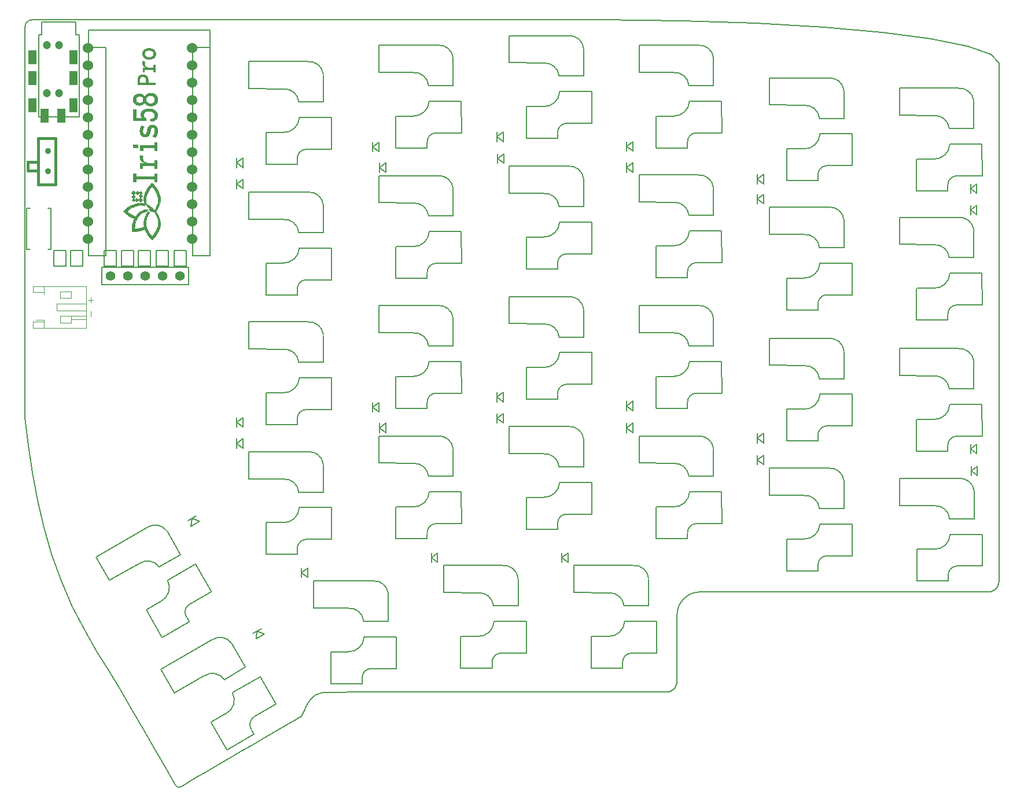
<source format=gto>
G04 #@! TF.GenerationSoftware,KiCad,Pcbnew,7.0.9*
G04 #@! TF.CreationDate,2023-12-22T01:46:26-05:00*
G04 #@! TF.ProjectId,Lily58_Pro,4c696c79-3538-45f5-9072-6f2e6b696361,rev?*
G04 #@! TF.SameCoordinates,Original*
G04 #@! TF.FileFunction,Legend,Top*
G04 #@! TF.FilePolarity,Positive*
%FSLAX46Y46*%
G04 Gerber Fmt 4.6, Leading zero omitted, Abs format (unit mm)*
G04 Created by KiCad (PCBNEW 7.0.9) date 2023-12-22 01:46:26*
%MOMM*%
%LPD*%
G01*
G04 APERTURE LIST*
%ADD10C,0.600000*%
%ADD11C,0.500000*%
%ADD12C,0.100000*%
%ADD13C,0.150000*%
%ADD14C,0.010000*%
%ADD15C,0.381000*%
%ADD16C,0.120000*%
%ADD17C,1.200000*%
%ADD18R,1.200000X2.100000*%
%ADD19C,1.524000*%
%ADD20C,1.397000*%
%ADD21C,0.899160*%
G04 #@! TA.AperFunction,Profile*
%ADD22C,0.200000*%
G04 #@! TD*
G04 #@! TA.AperFunction,Profile*
%ADD23C,0.150000*%
G04 #@! TD*
G04 APERTURE END LIST*
D10*
G36*
X102337071Y-59570895D02*
G01*
X102337071Y-60860498D01*
X101836861Y-60860498D01*
X101836861Y-60436248D01*
X99273288Y-60436248D01*
X99273288Y-60860498D01*
X98773079Y-60860498D01*
X98773079Y-59570895D01*
X99273288Y-59570895D01*
X99273288Y-60009800D01*
X101836861Y-60009800D01*
X101836861Y-59570895D01*
X102337071Y-59570895D01*
G37*
G36*
X100312786Y-57016604D02*
G01*
X100295258Y-57045309D01*
X100279309Y-57074272D01*
X100264941Y-57103492D01*
X100252152Y-57132970D01*
X100240944Y-57162706D01*
X100237559Y-57172675D01*
X100228595Y-57203201D01*
X100221485Y-57235426D01*
X100216230Y-57269352D01*
X100213267Y-57298922D01*
X100211593Y-57329673D01*
X100211181Y-57355124D01*
X100212112Y-57390387D01*
X100214905Y-57425100D01*
X100219561Y-57459263D01*
X100226080Y-57492877D01*
X100234460Y-57525942D01*
X100244703Y-57558456D01*
X100256808Y-57590422D01*
X100270776Y-57621838D01*
X100286377Y-57652452D01*
X100303871Y-57682013D01*
X100323258Y-57710521D01*
X100344537Y-57737975D01*
X100367710Y-57764376D01*
X100392775Y-57789724D01*
X100419734Y-57814018D01*
X100448585Y-57837260D01*
X100479069Y-57859345D01*
X100511416Y-57880170D01*
X100545626Y-57899736D01*
X100581697Y-57918043D01*
X100619631Y-57935090D01*
X100659427Y-57950878D01*
X100701086Y-57965407D01*
X100744607Y-57978676D01*
X100790082Y-57990354D01*
X100837603Y-58000475D01*
X100887169Y-58009039D01*
X100925686Y-58014440D01*
X100965353Y-58018965D01*
X101006171Y-58022614D01*
X101048140Y-58025388D01*
X101091259Y-58027285D01*
X101135529Y-58028307D01*
X101165682Y-58028502D01*
X101836861Y-58028502D01*
X101836861Y-57598390D01*
X102337071Y-57598390D01*
X102337071Y-58890191D01*
X101836861Y-58890191D01*
X101836861Y-58455683D01*
X100211181Y-58455683D01*
X100211181Y-58890191D01*
X99773498Y-58890191D01*
X99773498Y-58028502D01*
X100415368Y-58028502D01*
X100368134Y-58015012D01*
X100322662Y-58000738D01*
X100278954Y-57985680D01*
X100237009Y-57969838D01*
X100196828Y-57953211D01*
X100158409Y-57935800D01*
X100121754Y-57917605D01*
X100086861Y-57898626D01*
X100053732Y-57878862D01*
X100022366Y-57858314D01*
X99992763Y-57836982D01*
X99964923Y-57814866D01*
X99938846Y-57791965D01*
X99914533Y-57768280D01*
X99891982Y-57743811D01*
X99871195Y-57718558D01*
X99851793Y-57692612D01*
X99833642Y-57666065D01*
X99816744Y-57638916D01*
X99801097Y-57611167D01*
X99786702Y-57582817D01*
X99773559Y-57553865D01*
X99761667Y-57524313D01*
X99751027Y-57494160D01*
X99741639Y-57463405D01*
X99733503Y-57432049D01*
X99726618Y-57400093D01*
X99720985Y-57367535D01*
X99716604Y-57334376D01*
X99713475Y-57300616D01*
X99711597Y-57266255D01*
X99710971Y-57231293D01*
X99711761Y-57197762D01*
X99714131Y-57163665D01*
X99718081Y-57129000D01*
X99722580Y-57099680D01*
X99728175Y-57069967D01*
X99733442Y-57045913D01*
X99740993Y-57015777D01*
X99750214Y-56985821D01*
X99761105Y-56956043D01*
X99773665Y-56926444D01*
X99787896Y-56897024D01*
X99803795Y-56867783D01*
X99810622Y-56856136D01*
X100312786Y-57016604D01*
G37*
G36*
X99464775Y-55378223D02*
G01*
X99464775Y-55897727D01*
X98773079Y-55897727D01*
X98773079Y-55378223D01*
X99464775Y-55378223D01*
G37*
G36*
X102337071Y-54986946D02*
G01*
X102337071Y-56276548D01*
X101836861Y-56276548D01*
X101836861Y-55852298D01*
X100273707Y-55852298D01*
X100273707Y-56276548D01*
X99773498Y-56276548D01*
X99773498Y-55425850D01*
X101836861Y-55425850D01*
X101836861Y-54986946D01*
X102337071Y-54986946D01*
G37*
G36*
X101564286Y-52437050D02*
G01*
X101610548Y-52437797D01*
X101655179Y-52440039D01*
X101698178Y-52443774D01*
X101739546Y-52449003D01*
X101779282Y-52455726D01*
X101817387Y-52463944D01*
X101865655Y-52477224D01*
X101911023Y-52493161D01*
X101953491Y-52511754D01*
X101973637Y-52522047D01*
X102012029Y-52543868D01*
X102048559Y-52567201D01*
X102083226Y-52592045D01*
X102116031Y-52618401D01*
X102146973Y-52646267D01*
X102176053Y-52675645D01*
X102203271Y-52706534D01*
X102228627Y-52738935D01*
X102251876Y-52772583D01*
X102273262Y-52807216D01*
X102292786Y-52842833D01*
X102310448Y-52879435D01*
X102322472Y-52907533D01*
X102333449Y-52936184D01*
X102343378Y-52965390D01*
X102352259Y-52995149D01*
X102360093Y-53025462D01*
X102362472Y-53035690D01*
X102369106Y-53066393D01*
X102375088Y-53096955D01*
X102380418Y-53127376D01*
X102385095Y-53157655D01*
X102389119Y-53187792D01*
X102392491Y-53217787D01*
X102395210Y-53247641D01*
X102397276Y-53277353D01*
X102398690Y-53306923D01*
X102399452Y-53336352D01*
X102399597Y-53355892D01*
X102399211Y-53388670D01*
X102398055Y-53421425D01*
X102396128Y-53454158D01*
X102393430Y-53486867D01*
X102389961Y-53519554D01*
X102385721Y-53552217D01*
X102380710Y-53584858D01*
X102374928Y-53617476D01*
X102368376Y-53650071D01*
X102361052Y-53682643D01*
X102352958Y-53715192D01*
X102344092Y-53747719D01*
X102334456Y-53780222D01*
X102324049Y-53812702D01*
X102312871Y-53845160D01*
X102300923Y-53877595D01*
X102288230Y-53909746D01*
X102275063Y-53941354D01*
X102261424Y-53972417D01*
X102247311Y-54002937D01*
X102232725Y-54032913D01*
X102217666Y-54062345D01*
X102202134Y-54091234D01*
X102186128Y-54119578D01*
X102169650Y-54147379D01*
X102152698Y-54174636D01*
X102135272Y-54201349D01*
X102117374Y-54227518D01*
X102089639Y-54265753D01*
X102060839Y-54302763D01*
X102041048Y-54326757D01*
X101577964Y-54149437D01*
X101599545Y-54121284D01*
X101620325Y-54093429D01*
X101640303Y-54065872D01*
X101659480Y-54038612D01*
X101677855Y-54011650D01*
X101695429Y-53984985D01*
X101720288Y-53945547D01*
X101743343Y-53906778D01*
X101764595Y-53868679D01*
X101784044Y-53831250D01*
X101801689Y-53794490D01*
X101817532Y-53758400D01*
X101827091Y-53734713D01*
X101840012Y-53699260D01*
X101851661Y-53663795D01*
X101862039Y-53628317D01*
X101871147Y-53592827D01*
X101878983Y-53557323D01*
X101885549Y-53521806D01*
X101890845Y-53486277D01*
X101894869Y-53450734D01*
X101897622Y-53415179D01*
X101899105Y-53379611D01*
X101899387Y-53355892D01*
X101899101Y-53324290D01*
X101898242Y-53293782D01*
X101896811Y-53264367D01*
X101893591Y-53222294D01*
X101889083Y-53182682D01*
X101883287Y-53145529D01*
X101876203Y-53110837D01*
X101867831Y-53078605D01*
X101858171Y-53048833D01*
X101843288Y-53012964D01*
X101826114Y-52981468D01*
X101806896Y-52953819D01*
X101780339Y-52924441D01*
X101750968Y-52900825D01*
X101718782Y-52882968D01*
X101676444Y-52869143D01*
X101630053Y-52863614D01*
X101621927Y-52863498D01*
X101580924Y-52867395D01*
X101542250Y-52880532D01*
X101517392Y-52896471D01*
X101491899Y-52921301D01*
X101472603Y-52947244D01*
X101456522Y-52974377D01*
X101441188Y-53005648D01*
X101428033Y-53035950D01*
X101414947Y-53069704D01*
X101404094Y-53100470D01*
X101393289Y-53133632D01*
X101382532Y-53169191D01*
X101373961Y-53199365D01*
X101371823Y-53207148D01*
X101362984Y-53239239D01*
X101354054Y-53273231D01*
X101345032Y-53309123D01*
X101335919Y-53346916D01*
X101329024Y-53376508D01*
X101322077Y-53407169D01*
X101315079Y-53438898D01*
X101308030Y-53471697D01*
X101300928Y-53505565D01*
X101298550Y-53517092D01*
X101290001Y-53553866D01*
X101280964Y-53590182D01*
X101271439Y-53626040D01*
X101261425Y-53661440D01*
X101250923Y-53696382D01*
X101239932Y-53730866D01*
X101228452Y-53764892D01*
X101216484Y-53798460D01*
X101203662Y-53831124D01*
X101189618Y-53862803D01*
X101174352Y-53893497D01*
X101157866Y-53923207D01*
X101140158Y-53951932D01*
X101121230Y-53979673D01*
X101101080Y-54006429D01*
X101079708Y-54032200D01*
X101056749Y-54056850D01*
X101032325Y-54080240D01*
X101006435Y-54102371D01*
X100972012Y-54128263D01*
X100935300Y-54152188D01*
X100896297Y-54174144D01*
X100863447Y-54190293D01*
X100855005Y-54194133D01*
X100819971Y-54208387D01*
X100782770Y-54220741D01*
X100743401Y-54231193D01*
X100701865Y-54239746D01*
X100658160Y-54246398D01*
X100612289Y-54251149D01*
X100564249Y-54254000D01*
X100514042Y-54254950D01*
X100463102Y-54253713D01*
X100413841Y-54250004D01*
X100366260Y-54243822D01*
X100320357Y-54235166D01*
X100276134Y-54224038D01*
X100233590Y-54210437D01*
X100192725Y-54194362D01*
X100153539Y-54175815D01*
X100115804Y-54155081D01*
X100079778Y-54132813D01*
X100045462Y-54109011D01*
X100012856Y-54083675D01*
X99981959Y-54056804D01*
X99952772Y-54028399D01*
X99925295Y-53998461D01*
X99899527Y-53966988D01*
X99875484Y-53934255D01*
X99853182Y-53900538D01*
X99832620Y-53865837D01*
X99813798Y-53830150D01*
X99796716Y-53793480D01*
X99785047Y-53765330D01*
X99774356Y-53736627D01*
X99764645Y-53707371D01*
X99755912Y-53677560D01*
X99747881Y-53647466D01*
X99740639Y-53617359D01*
X99734188Y-53587239D01*
X99728526Y-53557106D01*
X99723655Y-53526960D01*
X99719573Y-53496802D01*
X99716282Y-53466631D01*
X99713780Y-53436446D01*
X99712069Y-53406249D01*
X99711147Y-53376039D01*
X99710971Y-53355892D01*
X99711650Y-53313555D01*
X99713685Y-53271451D01*
X99717077Y-53229578D01*
X99721825Y-53187937D01*
X99727930Y-53146528D01*
X99735392Y-53105350D01*
X99744210Y-53064405D01*
X99754386Y-53023691D01*
X99765917Y-52983209D01*
X99778806Y-52942959D01*
X99788152Y-52916255D01*
X99803024Y-52876733D01*
X99819064Y-52838125D01*
X99836272Y-52800431D01*
X99854647Y-52763653D01*
X99874191Y-52727788D01*
X99894902Y-52692838D01*
X99916780Y-52658803D01*
X99939827Y-52625682D01*
X99964041Y-52593476D01*
X99989424Y-52562184D01*
X100006994Y-52541831D01*
X100441746Y-52711091D01*
X100417231Y-52741101D01*
X100394245Y-52770957D01*
X100372787Y-52800658D01*
X100352857Y-52830205D01*
X100334456Y-52859597D01*
X100317583Y-52888835D01*
X100302238Y-52917918D01*
X100288423Y-52946846D01*
X100276135Y-52975620D01*
X100265376Y-53004239D01*
X100259052Y-53023233D01*
X100250497Y-53051930D01*
X100242783Y-53081142D01*
X100235911Y-53110869D01*
X100229881Y-53141111D01*
X100224691Y-53171868D01*
X100220344Y-53203141D01*
X100216837Y-53234929D01*
X100214173Y-53267232D01*
X100212349Y-53300050D01*
X100211368Y-53333383D01*
X100211181Y-53355892D01*
X100211742Y-53389547D01*
X100213116Y-53418896D01*
X100215314Y-53448709D01*
X100218336Y-53478985D01*
X100222183Y-53509726D01*
X100222904Y-53514894D01*
X100227690Y-53545256D01*
X100233987Y-53574795D01*
X100243243Y-53608214D01*
X100254557Y-53640511D01*
X100265891Y-53667302D01*
X100280644Y-53696919D01*
X100297547Y-53724223D01*
X100319499Y-53752593D01*
X100344259Y-53777941D01*
X100350888Y-53783805D01*
X100379281Y-53804001D01*
X100414873Y-53819824D01*
X100454328Y-53828344D01*
X100482779Y-53829967D01*
X100525501Y-53823516D01*
X100559367Y-53807716D01*
X100590691Y-53782437D01*
X100614853Y-53754130D01*
X100632912Y-53726744D01*
X100649841Y-53695145D01*
X100665961Y-53658452D01*
X100678051Y-53627009D01*
X100690141Y-53592205D01*
X100702231Y-53554040D01*
X100714321Y-53512513D01*
X100722381Y-53482960D01*
X100730441Y-53451914D01*
X100738501Y-53419373D01*
X100746561Y-53385338D01*
X100754621Y-53349810D01*
X100762681Y-53312787D01*
X100770741Y-53274270D01*
X100778801Y-53234259D01*
X100785184Y-53201288D01*
X100791876Y-53168872D01*
X100798877Y-53137009D01*
X100806187Y-53105699D01*
X100813806Y-53074944D01*
X100821734Y-53044743D01*
X100829972Y-53015095D01*
X100838519Y-52986001D01*
X100850395Y-52948071D01*
X100862821Y-52911126D01*
X100876101Y-52875142D01*
X100890542Y-52840463D01*
X100906143Y-52807090D01*
X100922904Y-52775021D01*
X100940826Y-52744258D01*
X100959907Y-52714800D01*
X100980149Y-52686647D01*
X101001551Y-52659800D01*
X101024067Y-52634154D01*
X101048140Y-52609974D01*
X101073770Y-52587260D01*
X101100957Y-52566011D01*
X101137131Y-52541510D01*
X101175738Y-52519299D01*
X101216777Y-52499378D01*
X101225277Y-52495669D01*
X101260494Y-52481930D01*
X101297756Y-52470023D01*
X101337064Y-52459948D01*
X101378417Y-52451705D01*
X101421816Y-52445294D01*
X101467261Y-52440714D01*
X101514751Y-52437966D01*
X101564286Y-52437050D01*
G37*
G36*
X101120741Y-50073268D02*
G01*
X101170283Y-50073976D01*
X101219259Y-50076102D01*
X101267668Y-50079644D01*
X101315510Y-50084602D01*
X101362785Y-50090978D01*
X101409493Y-50098770D01*
X101455635Y-50107980D01*
X101501210Y-50118606D01*
X101546219Y-50130648D01*
X101590661Y-50144108D01*
X101619974Y-50153868D01*
X101663230Y-50169346D01*
X101705439Y-50185828D01*
X101746601Y-50203315D01*
X101786715Y-50221806D01*
X101825781Y-50241302D01*
X101863800Y-50261803D01*
X101900772Y-50283308D01*
X101936695Y-50305818D01*
X101971572Y-50329332D01*
X102005400Y-50353852D01*
X102027371Y-50370756D01*
X102059150Y-50396821D01*
X102089641Y-50423633D01*
X102118844Y-50451191D01*
X102146760Y-50479497D01*
X102173387Y-50508550D01*
X102198726Y-50538350D01*
X102222777Y-50568897D01*
X102245540Y-50600191D01*
X102267016Y-50632233D01*
X102287203Y-50665021D01*
X102299946Y-50687295D01*
X102317754Y-50720984D01*
X102333811Y-50755009D01*
X102348117Y-50789369D01*
X102360670Y-50824063D01*
X102371472Y-50859092D01*
X102380523Y-50894456D01*
X102387821Y-50930155D01*
X102393368Y-50966189D01*
X102397164Y-51002558D01*
X102399207Y-51039262D01*
X102399597Y-51063917D01*
X102398944Y-51100067D01*
X102396986Y-51135702D01*
X102393723Y-51170821D01*
X102389155Y-51205425D01*
X102383282Y-51239514D01*
X102376104Y-51273088D01*
X102367620Y-51306147D01*
X102357831Y-51338690D01*
X102346737Y-51370719D01*
X102334338Y-51402232D01*
X102325347Y-51422954D01*
X102310684Y-51453512D01*
X102294904Y-51483361D01*
X102278009Y-51512502D01*
X102259997Y-51540935D01*
X102240868Y-51568659D01*
X102220624Y-51595675D01*
X102199263Y-51621982D01*
X102176786Y-51647581D01*
X102153193Y-51672472D01*
X102128483Y-51696654D01*
X102111390Y-51712382D01*
X102084594Y-51735313D01*
X102056596Y-51757393D01*
X102027395Y-51778624D01*
X101996993Y-51799004D01*
X101965388Y-51818534D01*
X101932581Y-51837215D01*
X101898573Y-51855045D01*
X101863361Y-51872025D01*
X101826948Y-51888155D01*
X101789333Y-51903435D01*
X101763588Y-51913149D01*
X101724038Y-51926916D01*
X101683423Y-51939639D01*
X101641744Y-51951319D01*
X101598999Y-51961956D01*
X101555190Y-51971549D01*
X101510316Y-51980100D01*
X101464377Y-51987607D01*
X101417374Y-51994070D01*
X101369306Y-51999490D01*
X101320173Y-52003868D01*
X101286826Y-52006206D01*
X101206715Y-51600274D01*
X101263919Y-51595455D01*
X101319028Y-51588691D01*
X101372042Y-51579982D01*
X101422961Y-51569328D01*
X101471785Y-51556729D01*
X101518513Y-51542186D01*
X101563147Y-51525697D01*
X101605685Y-51507264D01*
X101646128Y-51486885D01*
X101684477Y-51464562D01*
X101708878Y-51448600D01*
X101742924Y-51422932D01*
X101773621Y-51395113D01*
X101800970Y-51365144D01*
X101824970Y-51333023D01*
X101845620Y-51298752D01*
X101862923Y-51262329D01*
X101876876Y-51223756D01*
X101887480Y-51183031D01*
X101894736Y-51140156D01*
X101897713Y-51110377D01*
X101899201Y-51079643D01*
X101899387Y-51063917D01*
X101898441Y-51031929D01*
X101895602Y-51000811D01*
X101890869Y-50970563D01*
X101884244Y-50941185D01*
X101873301Y-50905686D01*
X101859400Y-50871547D01*
X101842542Y-50838768D01*
X101838815Y-50832375D01*
X101818531Y-50801298D01*
X101796149Y-50771724D01*
X101771667Y-50743653D01*
X101745087Y-50717085D01*
X101716407Y-50692019D01*
X101685629Y-50668455D01*
X101672730Y-50659451D01*
X101638875Y-50638045D01*
X101603254Y-50618249D01*
X101565869Y-50600063D01*
X101526719Y-50583488D01*
X101485803Y-50568522D01*
X101443123Y-50555166D01*
X101425556Y-50550274D01*
X101380786Y-50539298D01*
X101335015Y-50530182D01*
X101288241Y-50522926D01*
X101240466Y-50517531D01*
X101201524Y-50514554D01*
X101161942Y-50512768D01*
X101121718Y-50512172D01*
X101075953Y-50512716D01*
X101031470Y-50514348D01*
X100988270Y-50517067D01*
X100946352Y-50520874D01*
X100905716Y-50525768D01*
X100866362Y-50531750D01*
X100828291Y-50538820D01*
X100773588Y-50551464D01*
X100721770Y-50566555D01*
X100672838Y-50584093D01*
X100626790Y-50604078D01*
X100583628Y-50626511D01*
X100543351Y-50651391D01*
X100506337Y-50678280D01*
X100472963Y-50706741D01*
X100443231Y-50736772D01*
X100417139Y-50768376D01*
X100394687Y-50801550D01*
X100375877Y-50836296D01*
X100360707Y-50872613D01*
X100349178Y-50910502D01*
X100341290Y-50949962D01*
X100337042Y-50990993D01*
X100336233Y-51019221D01*
X100337531Y-51055353D01*
X100341423Y-51090845D01*
X100347911Y-51125695D01*
X100356994Y-51159905D01*
X100368672Y-51193473D01*
X100382945Y-51226400D01*
X100399813Y-51258685D01*
X100419276Y-51290330D01*
X100441380Y-51320647D01*
X100466659Y-51349315D01*
X100495113Y-51376334D01*
X100526743Y-51401705D01*
X100561547Y-51425427D01*
X100599527Y-51447500D01*
X100640682Y-51467925D01*
X100685012Y-51486701D01*
X100685012Y-51913149D01*
X98773079Y-51913149D01*
X98773079Y-50229339D01*
X99273288Y-50229339D01*
X99273288Y-51486701D01*
X100161355Y-51486701D01*
X100121960Y-51462304D01*
X100085106Y-51436555D01*
X100050793Y-51409456D01*
X100019023Y-51381005D01*
X99989794Y-51351204D01*
X99963106Y-51320051D01*
X99938961Y-51287548D01*
X99917357Y-51253694D01*
X99898294Y-51218488D01*
X99881773Y-51181932D01*
X99867794Y-51144025D01*
X99856357Y-51104767D01*
X99847461Y-51064157D01*
X99841107Y-51022197D01*
X99837295Y-50978886D01*
X99836024Y-50934224D01*
X99836822Y-50901949D01*
X99839218Y-50869970D01*
X99843211Y-50838287D01*
X99848801Y-50806901D01*
X99855988Y-50775811D01*
X99864772Y-50745017D01*
X99875153Y-50714519D01*
X99887132Y-50684318D01*
X99900707Y-50654413D01*
X99915880Y-50624804D01*
X99926882Y-50605229D01*
X99944396Y-50576176D01*
X99963232Y-50547819D01*
X99983391Y-50520157D01*
X100004872Y-50493190D01*
X100027675Y-50466919D01*
X100051801Y-50441344D01*
X100077249Y-50416464D01*
X100104019Y-50392280D01*
X100132112Y-50368791D01*
X100161527Y-50345998D01*
X100181872Y-50331189D01*
X100213473Y-50309494D01*
X100246363Y-50288650D01*
X100280541Y-50268656D01*
X100316007Y-50249512D01*
X100352761Y-50231218D01*
X100390802Y-50213775D01*
X100430132Y-50197181D01*
X100470750Y-50181437D01*
X100512656Y-50166544D01*
X100555849Y-50152500D01*
X100585361Y-50143610D01*
X100630572Y-50131039D01*
X100676814Y-50119705D01*
X100724087Y-50109607D01*
X100772390Y-50100745D01*
X100821723Y-50093120D01*
X100872087Y-50086732D01*
X100923481Y-50081580D01*
X100975905Y-50077664D01*
X101029360Y-50074985D01*
X101083845Y-50073543D01*
X101120741Y-50073268D01*
G37*
G36*
X101386724Y-47785627D02*
G01*
X101437291Y-47787636D01*
X101486398Y-47790985D01*
X101534046Y-47795673D01*
X101580233Y-47801701D01*
X101624961Y-47809068D01*
X101668230Y-47817775D01*
X101710038Y-47827821D01*
X101750387Y-47839207D01*
X101789276Y-47851933D01*
X101814391Y-47861161D01*
X101850810Y-47875951D01*
X101886061Y-47891746D01*
X101920144Y-47908546D01*
X101953060Y-47926351D01*
X101984807Y-47945160D01*
X102015387Y-47964973D01*
X102044800Y-47985792D01*
X102073044Y-48007615D01*
X102100121Y-48030442D01*
X102126029Y-48054275D01*
X102142653Y-48070721D01*
X102166607Y-48096000D01*
X102189376Y-48122104D01*
X102210960Y-48149031D01*
X102231359Y-48176783D01*
X102250573Y-48205360D01*
X102268602Y-48234761D01*
X102285447Y-48264986D01*
X102301106Y-48296035D01*
X102315580Y-48327909D01*
X102328869Y-48360607D01*
X102337071Y-48382863D01*
X102348245Y-48416592D01*
X102358320Y-48450732D01*
X102367296Y-48485285D01*
X102375172Y-48520250D01*
X102381950Y-48555627D01*
X102387629Y-48591416D01*
X102392208Y-48627618D01*
X102395689Y-48664231D01*
X102398070Y-48701257D01*
X102399352Y-48738695D01*
X102399597Y-48763882D01*
X102399047Y-48802237D01*
X102397398Y-48840089D01*
X102394651Y-48877439D01*
X102390804Y-48914286D01*
X102385858Y-48950631D01*
X102379813Y-48986474D01*
X102372669Y-49021815D01*
X102364426Y-49056653D01*
X102355083Y-49090989D01*
X102344642Y-49124823D01*
X102337071Y-49147099D01*
X102324571Y-49179967D01*
X102310887Y-49212074D01*
X102296018Y-49243422D01*
X102279963Y-49274010D01*
X102262724Y-49303838D01*
X102244300Y-49332906D01*
X102224691Y-49361214D01*
X102203897Y-49388762D01*
X102181918Y-49415550D01*
X102158754Y-49441579D01*
X102142653Y-49458509D01*
X102117523Y-49483135D01*
X102091225Y-49506732D01*
X102063759Y-49529297D01*
X102035125Y-49550833D01*
X102005324Y-49571338D01*
X101974355Y-49590812D01*
X101942218Y-49609256D01*
X101908913Y-49626670D01*
X101874440Y-49643053D01*
X101838800Y-49658406D01*
X101814391Y-49668069D01*
X101776475Y-49681426D01*
X101737099Y-49693469D01*
X101696264Y-49704198D01*
X101653969Y-49713613D01*
X101610214Y-49721714D01*
X101565000Y-49728502D01*
X101518326Y-49733976D01*
X101470192Y-49738136D01*
X101420598Y-49740983D01*
X101369544Y-49742516D01*
X101334698Y-49742808D01*
X101289465Y-49741824D01*
X101244137Y-49738872D01*
X101198714Y-49733953D01*
X101153195Y-49727065D01*
X101107581Y-49718210D01*
X101061871Y-49707388D01*
X101043560Y-49702507D01*
X101007000Y-49691894D01*
X100971081Y-49680205D01*
X100935803Y-49667440D01*
X100901167Y-49653598D01*
X100867171Y-49638680D01*
X100833817Y-49622686D01*
X100801104Y-49605616D01*
X100769031Y-49587469D01*
X100737967Y-49568098D01*
X100708276Y-49547719D01*
X100679959Y-49526332D01*
X100653016Y-49503938D01*
X100627447Y-49480536D01*
X100603252Y-49456127D01*
X100580430Y-49430711D01*
X100558983Y-49404287D01*
X100538955Y-49376844D01*
X100520881Y-49348737D01*
X100504761Y-49319966D01*
X100490595Y-49290531D01*
X100478382Y-49260432D01*
X100468124Y-49229669D01*
X100459820Y-49198241D01*
X100453470Y-49166150D01*
X100446753Y-49201033D01*
X100436983Y-49234700D01*
X100424161Y-49267151D01*
X100408285Y-49298385D01*
X100389356Y-49328402D01*
X100367374Y-49357203D01*
X100357726Y-49368383D01*
X100332257Y-49395199D01*
X100305310Y-49420690D01*
X100276883Y-49444858D01*
X100246978Y-49467702D01*
X100215593Y-49489223D01*
X100182730Y-49509419D01*
X100169171Y-49517127D01*
X100134572Y-49535488D01*
X100099161Y-49552561D01*
X100062940Y-49568347D01*
X100025907Y-49582844D01*
X99988064Y-49596053D01*
X99949410Y-49607974D01*
X99933721Y-49612382D01*
X99894551Y-49622092D01*
X99855811Y-49630156D01*
X99817500Y-49636575D01*
X99772094Y-49642105D01*
X99727306Y-49645264D01*
X99690455Y-49646087D01*
X99645707Y-49645463D01*
X99601955Y-49643589D01*
X99559199Y-49640465D01*
X99517439Y-49636092D01*
X99476676Y-49630470D01*
X99436908Y-49623599D01*
X99398136Y-49615478D01*
X99360361Y-49606108D01*
X99323581Y-49595488D01*
X99287798Y-49583619D01*
X99264495Y-49575013D01*
X99219295Y-49556443D01*
X99176019Y-49536270D01*
X99134665Y-49514494D01*
X99095235Y-49491115D01*
X99057729Y-49466134D01*
X99022146Y-49439549D01*
X98988486Y-49411362D01*
X98956749Y-49381572D01*
X98926937Y-49350214D01*
X98899047Y-49317688D01*
X98873081Y-49283994D01*
X98854869Y-49257957D01*
X98837738Y-49231263D01*
X98821690Y-49203912D01*
X98806723Y-49175905D01*
X98792839Y-49147240D01*
X98780036Y-49117919D01*
X98772102Y-49098006D01*
X98761102Y-49067678D01*
X98751185Y-49037144D01*
X98742349Y-49006404D01*
X98734595Y-48975458D01*
X98727924Y-48944305D01*
X98722334Y-48912947D01*
X98717826Y-48881382D01*
X98714400Y-48849611D01*
X98712055Y-48817635D01*
X98710793Y-48785452D01*
X98710561Y-48764615D01*
X99210762Y-48764615D01*
X99211973Y-48804294D01*
X99215605Y-48842273D01*
X99221659Y-48878551D01*
X99230134Y-48913130D01*
X99241030Y-48946008D01*
X99254348Y-48977186D01*
X99270087Y-49006664D01*
X99288248Y-49034442D01*
X99308830Y-49060520D01*
X99331834Y-49084897D01*
X99348515Y-49100205D01*
X99384297Y-49128197D01*
X99423253Y-49152457D01*
X99465385Y-49172985D01*
X99510692Y-49189781D01*
X99559174Y-49202844D01*
X99597620Y-49210192D01*
X99637851Y-49215440D01*
X99679869Y-49218590D01*
X99723672Y-49219639D01*
X99765329Y-49218660D01*
X99805303Y-49215724D01*
X99855983Y-49208763D01*
X99903671Y-49198322D01*
X99948368Y-49184400D01*
X99990072Y-49166997D01*
X100028785Y-49146115D01*
X100064505Y-49121751D01*
X100081244Y-49108265D01*
X100111698Y-49078532D01*
X100138091Y-49045021D01*
X100155221Y-49017408D01*
X100170068Y-48987671D01*
X100182630Y-48955808D01*
X100192908Y-48921820D01*
X100200903Y-48885706D01*
X100206613Y-48847468D01*
X100210039Y-48807104D01*
X100211181Y-48764615D01*
X100211161Y-48763882D01*
X100711390Y-48763882D01*
X100712177Y-48799052D01*
X100714539Y-48833577D01*
X100718474Y-48867459D01*
X100723984Y-48900696D01*
X100731068Y-48933290D01*
X100739726Y-48965239D01*
X100743630Y-48977839D01*
X100754354Y-49008390D01*
X100766986Y-49037760D01*
X100781526Y-49065949D01*
X100797974Y-49092957D01*
X100820231Y-49123809D01*
X100845235Y-49152961D01*
X100873125Y-49179932D01*
X100904037Y-49204790D01*
X100937971Y-49227536D01*
X100974928Y-49248170D01*
X101008034Y-49263751D01*
X101028906Y-49272396D01*
X101065537Y-49285061D01*
X101104602Y-49295580D01*
X101146099Y-49303952D01*
X101190030Y-49310177D01*
X101236393Y-49314256D01*
X101285189Y-49316188D01*
X101305389Y-49316359D01*
X101352062Y-49315286D01*
X101396827Y-49312066D01*
X101439684Y-49306700D01*
X101480633Y-49299186D01*
X101519674Y-49289526D01*
X101556806Y-49277720D01*
X101571125Y-49272396D01*
X101605328Y-49257695D01*
X101643980Y-49238117D01*
X101680021Y-49216427D01*
X101713452Y-49192625D01*
X101744272Y-49166710D01*
X101758703Y-49152961D01*
X101780905Y-49128786D01*
X101801102Y-49103430D01*
X101819297Y-49076894D01*
X101835487Y-49049177D01*
X101849674Y-49020279D01*
X101861858Y-48990201D01*
X101866170Y-48977839D01*
X101875740Y-48946147D01*
X101883687Y-48913811D01*
X101890013Y-48880831D01*
X101894716Y-48847207D01*
X101897798Y-48812939D01*
X101899258Y-48778027D01*
X101899387Y-48763882D01*
X101898576Y-48728748D01*
X101896143Y-48694330D01*
X101892089Y-48660628D01*
X101886412Y-48627640D01*
X101879113Y-48595369D01*
X101870193Y-48563813D01*
X101866170Y-48551391D01*
X101854788Y-48521033D01*
X101841403Y-48491785D01*
X101826013Y-48463646D01*
X101808621Y-48436616D01*
X101789224Y-48410695D01*
X101767824Y-48385883D01*
X101758703Y-48376269D01*
X101734289Y-48353242D01*
X101702598Y-48327688D01*
X101668297Y-48304401D01*
X101631386Y-48283381D01*
X101591865Y-48264628D01*
X101571125Y-48256101D01*
X101534756Y-48243225D01*
X101496478Y-48232531D01*
X101456293Y-48224019D01*
X101414199Y-48217690D01*
X101370197Y-48213544D01*
X101324287Y-48211579D01*
X101305389Y-48211405D01*
X101265379Y-48212103D01*
X101217556Y-48214940D01*
X101172166Y-48219960D01*
X101129209Y-48227162D01*
X101088684Y-48236547D01*
X101050593Y-48248114D01*
X101028906Y-48256101D01*
X100994540Y-48270627D01*
X100956072Y-48290136D01*
X100920626Y-48311912D01*
X100888203Y-48335954D01*
X100858802Y-48362264D01*
X100845235Y-48376269D01*
X100820231Y-48405644D01*
X100797974Y-48436616D01*
X100781526Y-48463646D01*
X100766986Y-48491785D01*
X100754354Y-48521033D01*
X100743630Y-48551391D01*
X100734342Y-48582661D01*
X100726629Y-48614646D01*
X100720489Y-48647347D01*
X100715924Y-48680763D01*
X100712933Y-48714895D01*
X100711516Y-48749743D01*
X100711390Y-48763882D01*
X100211161Y-48763882D01*
X100210039Y-48721995D01*
X100206613Y-48681513D01*
X100200903Y-48643169D01*
X100192908Y-48606964D01*
X100182630Y-48572896D01*
X100170068Y-48540967D01*
X100155221Y-48511175D01*
X100138091Y-48483522D01*
X100118677Y-48458007D01*
X100089238Y-48427312D01*
X100081244Y-48420232D01*
X100047019Y-48394129D01*
X100009803Y-48371506D01*
X99969594Y-48352364D01*
X99926394Y-48336701D01*
X99880201Y-48324520D01*
X99831017Y-48315819D01*
X99792165Y-48311577D01*
X99751630Y-48309293D01*
X99723672Y-48308858D01*
X99679869Y-48309920D01*
X99637851Y-48313108D01*
X99597620Y-48318421D01*
X99559174Y-48325859D01*
X99510692Y-48339083D01*
X99465385Y-48356084D01*
X99423253Y-48376864D01*
X99384297Y-48401422D01*
X99348515Y-48429758D01*
X99323897Y-48453120D01*
X99301701Y-48478144D01*
X99281925Y-48504829D01*
X99264572Y-48533176D01*
X99249640Y-48563184D01*
X99237129Y-48594854D01*
X99227040Y-48628185D01*
X99219372Y-48663178D01*
X99214125Y-48699832D01*
X99211300Y-48738148D01*
X99210762Y-48764615D01*
X98710561Y-48764615D01*
X98710553Y-48763882D01*
X98711094Y-48731568D01*
X98712717Y-48699474D01*
X98715421Y-48667598D01*
X98719208Y-48635941D01*
X98724077Y-48604503D01*
X98730027Y-48573284D01*
X98737060Y-48542284D01*
X98745174Y-48511503D01*
X98754370Y-48480941D01*
X98764649Y-48450598D01*
X98772102Y-48430491D01*
X98784183Y-48400613D01*
X98797347Y-48371432D01*
X98811592Y-48342945D01*
X98826919Y-48315155D01*
X98843328Y-48288059D01*
X98860819Y-48261660D01*
X98885824Y-48227542D01*
X98912751Y-48194661D01*
X98941603Y-48163016D01*
X98956749Y-48147657D01*
X98988486Y-48118028D01*
X99022146Y-48089955D01*
X99057729Y-48063439D01*
X99095235Y-48038481D01*
X99134665Y-48015079D01*
X99176019Y-47993235D01*
X99219295Y-47972948D01*
X99264495Y-47954217D01*
X99299615Y-47941253D01*
X99335730Y-47929565D01*
X99372842Y-47919151D01*
X99410950Y-47910013D01*
X99450053Y-47902150D01*
X99490153Y-47895562D01*
X99531249Y-47890249D01*
X99573341Y-47886211D01*
X99616428Y-47883448D01*
X99660512Y-47881960D01*
X99690455Y-47881677D01*
X99734728Y-47882888D01*
X99779619Y-47886520D01*
X99825128Y-47892573D01*
X99863525Y-47899468D01*
X99902351Y-47908044D01*
X99933721Y-47916115D01*
X99972700Y-47927310D01*
X100010867Y-47939829D01*
X100048224Y-47953671D01*
X100084770Y-47968837D01*
X100120505Y-47985327D01*
X100155429Y-48003141D01*
X100169171Y-48010637D01*
X100202626Y-48030376D01*
X100234601Y-48051581D01*
X100265098Y-48074254D01*
X100294116Y-48098393D01*
X100321656Y-48123999D01*
X100347716Y-48151072D01*
X100357726Y-48162312D01*
X100380930Y-48191102D01*
X100401080Y-48221145D01*
X100418177Y-48252440D01*
X100432221Y-48284987D01*
X100443211Y-48318786D01*
X100451149Y-48353838D01*
X100453470Y-48368209D01*
X100459820Y-48335625D01*
X100468124Y-48303820D01*
X100478382Y-48272794D01*
X100490595Y-48242546D01*
X100504761Y-48213076D01*
X100520881Y-48184385D01*
X100538955Y-48156473D01*
X100558983Y-48129339D01*
X100580430Y-48102904D01*
X100603252Y-48077453D01*
X100627447Y-48052987D01*
X100653016Y-48029505D01*
X100679959Y-48007008D01*
X100708276Y-47985495D01*
X100737967Y-47964968D01*
X100769031Y-47945424D01*
X100801104Y-47926912D01*
X100833817Y-47909475D01*
X100867171Y-47893114D01*
X100901167Y-47877830D01*
X100935803Y-47863622D01*
X100971081Y-47850490D01*
X101007000Y-47838435D01*
X101043560Y-47827455D01*
X101089308Y-47815212D01*
X101134961Y-47805044D01*
X101180518Y-47796951D01*
X101225979Y-47790933D01*
X101271345Y-47786990D01*
X101316616Y-47785123D01*
X101334698Y-47784957D01*
X101386724Y-47785627D01*
G37*
D11*
G36*
X100245211Y-45094303D02*
G01*
X100293081Y-45096700D01*
X100339343Y-45100696D01*
X100383997Y-45106289D01*
X100427042Y-45113480D01*
X100468478Y-45122270D01*
X100508306Y-45132657D01*
X100546525Y-45144643D01*
X100583136Y-45158226D01*
X100618138Y-45173408D01*
X100651531Y-45190188D01*
X100683316Y-45208566D01*
X100713493Y-45228541D01*
X100742061Y-45250115D01*
X100769020Y-45273287D01*
X100794371Y-45298058D01*
X100818061Y-45324183D01*
X100840223Y-45351572D01*
X100860857Y-45380225D01*
X100879962Y-45410142D01*
X100897539Y-45441324D01*
X100913588Y-45473769D01*
X100928108Y-45507479D01*
X100941099Y-45542453D01*
X100952563Y-45578691D01*
X100962497Y-45616193D01*
X100970904Y-45654960D01*
X100977782Y-45694990D01*
X100983131Y-45736285D01*
X100986952Y-45778844D01*
X100989245Y-45822667D01*
X100990009Y-45867754D01*
X100990009Y-46254268D01*
X102068586Y-46254268D01*
X102068586Y-46609642D01*
X99395592Y-46609642D01*
X99395592Y-46254268D01*
X99770749Y-46254268D01*
X100614852Y-46254268D01*
X100614852Y-45867754D01*
X100613931Y-45832066D01*
X100611168Y-45797816D01*
X100606564Y-45765004D01*
X100600117Y-45733630D01*
X100591829Y-45703695D01*
X100581699Y-45675198D01*
X100569727Y-45648139D01*
X100555913Y-45622519D01*
X100540258Y-45598337D01*
X100522760Y-45575593D01*
X100510072Y-45561229D01*
X100489453Y-45541151D01*
X100466890Y-45523047D01*
X100442381Y-45506919D01*
X100415928Y-45492765D01*
X100387529Y-45480586D01*
X100357186Y-45470382D01*
X100324898Y-45462154D01*
X100290665Y-45455900D01*
X100254488Y-45451621D01*
X100216365Y-45449316D01*
X100189870Y-45448878D01*
X100151498Y-45449865D01*
X100114968Y-45452827D01*
X100080280Y-45457765D01*
X100047434Y-45464677D01*
X100016430Y-45473564D01*
X99987267Y-45484426D01*
X99959947Y-45497263D01*
X99934468Y-45512075D01*
X99910831Y-45528862D01*
X99889036Y-45547624D01*
X99875529Y-45561229D01*
X99856804Y-45583014D01*
X99839920Y-45606238D01*
X99824878Y-45630899D01*
X99811679Y-45656999D01*
X99800321Y-45684537D01*
X99790804Y-45713514D01*
X99783130Y-45743928D01*
X99777298Y-45775781D01*
X99773307Y-45809073D01*
X99771158Y-45843802D01*
X99770749Y-45867754D01*
X99770749Y-46254268D01*
X99395592Y-46254268D01*
X99395592Y-45871418D01*
X99396382Y-45825887D01*
X99398752Y-45781649D01*
X99402702Y-45738704D01*
X99408231Y-45697051D01*
X99415341Y-45656692D01*
X99424031Y-45617625D01*
X99434300Y-45579850D01*
X99446150Y-45543369D01*
X99459580Y-45508180D01*
X99474589Y-45474285D01*
X99491179Y-45441681D01*
X99509348Y-45410371D01*
X99529097Y-45380354D01*
X99550426Y-45351629D01*
X99573336Y-45324197D01*
X99597825Y-45298058D01*
X99623860Y-45273287D01*
X99651406Y-45250115D01*
X99680463Y-45228541D01*
X99711031Y-45208566D01*
X99743111Y-45190188D01*
X99776702Y-45173408D01*
X99811804Y-45158226D01*
X99848418Y-45144643D01*
X99886543Y-45132657D01*
X99926179Y-45122270D01*
X99967326Y-45113480D01*
X100009985Y-45106289D01*
X100054154Y-45100696D01*
X100099836Y-45096700D01*
X100147028Y-45094303D01*
X100195731Y-45093504D01*
X100245211Y-45094303D01*
G37*
G36*
X100550372Y-43222604D02*
G01*
X100537226Y-43246525D01*
X100525265Y-43270661D01*
X100514488Y-43295011D01*
X100504897Y-43319576D01*
X100496491Y-43344356D01*
X100493952Y-43352663D01*
X100487229Y-43378101D01*
X100481896Y-43404956D01*
X100477955Y-43433228D01*
X100475733Y-43457870D01*
X100474477Y-43483495D01*
X100474168Y-43504705D01*
X100474867Y-43534090D01*
X100476962Y-43563018D01*
X100480454Y-43591487D01*
X100485342Y-43619499D01*
X100491628Y-43647052D01*
X100499310Y-43674148D01*
X100508389Y-43700786D01*
X100518865Y-43726966D01*
X100530565Y-43752477D01*
X100543686Y-43777112D01*
X100558226Y-43800868D01*
X100574186Y-43823747D01*
X100591565Y-43845748D01*
X100610364Y-43866871D01*
X100630583Y-43887116D01*
X100652221Y-43906484D01*
X100675085Y-43924888D01*
X100699345Y-43942243D01*
X100725002Y-43958548D01*
X100752055Y-43973803D01*
X100780506Y-43988010D01*
X100810353Y-44001166D01*
X100841597Y-44013273D01*
X100874238Y-44024331D01*
X100908344Y-44034063D01*
X100943985Y-44042497D01*
X100981159Y-44049633D01*
X101010047Y-44054134D01*
X101039797Y-44057905D01*
X101070411Y-44060946D01*
X101101888Y-44063257D01*
X101134227Y-44064839D01*
X101167430Y-44065690D01*
X101190044Y-44065852D01*
X101693428Y-44065852D01*
X101693428Y-43707426D01*
X102068586Y-43707426D01*
X102068586Y-44783926D01*
X101693428Y-44783926D01*
X101693428Y-44421836D01*
X100474168Y-44421836D01*
X100474168Y-44783926D01*
X100145906Y-44783926D01*
X100145906Y-44065852D01*
X100627308Y-44065852D01*
X100591883Y-44054611D01*
X100557779Y-44042716D01*
X100524998Y-44030168D01*
X100493540Y-44016966D01*
X100463403Y-44003110D01*
X100434589Y-43988601D01*
X100407098Y-43973439D01*
X100380928Y-43957622D01*
X100356082Y-43941153D01*
X100332557Y-43924029D01*
X100310355Y-43906253D01*
X100289475Y-43887822D01*
X100269917Y-43868738D01*
X100251682Y-43849001D01*
X100234769Y-43828610D01*
X100219179Y-43807566D01*
X100204627Y-43785944D01*
X100191014Y-43763821D01*
X100178340Y-43741198D01*
X100166605Y-43718074D01*
X100155809Y-43694448D01*
X100145952Y-43670322D01*
X100137033Y-43645695D01*
X100129053Y-43620567D01*
X100122012Y-43594938D01*
X100115910Y-43568809D01*
X100110746Y-43542178D01*
X100106522Y-43515047D01*
X100103236Y-43487414D01*
X100100889Y-43459281D01*
X100099481Y-43430647D01*
X100099011Y-43401512D01*
X100099604Y-43373569D01*
X100101381Y-43345155D01*
X100104343Y-43316268D01*
X100107717Y-43291835D01*
X100111914Y-43267073D01*
X100115864Y-43247028D01*
X100121528Y-43221915D01*
X100128443Y-43196951D01*
X100136611Y-43172137D01*
X100146032Y-43147471D01*
X100156704Y-43122954D01*
X100168629Y-43098586D01*
X100173749Y-43088881D01*
X100550372Y-43222604D01*
G37*
G36*
X101149795Y-41232545D02*
G01*
X101190891Y-41234107D01*
X101231266Y-41236710D01*
X101270919Y-41240354D01*
X101309851Y-41245039D01*
X101348061Y-41250765D01*
X101385551Y-41257533D01*
X101422319Y-41265341D01*
X101458366Y-41274191D01*
X101493691Y-41284081D01*
X101516841Y-41291254D01*
X101550881Y-41302815D01*
X101584032Y-41315289D01*
X101616294Y-41328675D01*
X101647667Y-41342974D01*
X101678152Y-41358185D01*
X101707748Y-41374308D01*
X101736456Y-41391344D01*
X101764274Y-41409292D01*
X101791204Y-41428152D01*
X101817245Y-41447925D01*
X101834112Y-41461613D01*
X101858471Y-41482722D01*
X101881811Y-41504604D01*
X101904134Y-41527258D01*
X101925440Y-41550685D01*
X101945728Y-41574885D01*
X101964999Y-41599858D01*
X101983252Y-41625604D01*
X102000488Y-41652123D01*
X102016706Y-41679414D01*
X102031906Y-41707478D01*
X102041475Y-41726617D01*
X102054700Y-41755899D01*
X102066625Y-41785814D01*
X102077249Y-41816363D01*
X102086572Y-41847545D01*
X102094594Y-41879361D01*
X102101315Y-41911809D01*
X102106735Y-41944891D01*
X102110855Y-41978607D01*
X102113673Y-42012955D01*
X102115191Y-42047937D01*
X102115480Y-42071610D01*
X102114830Y-42106468D01*
X102112878Y-42140747D01*
X102109626Y-42174446D01*
X102105073Y-42207565D01*
X102099219Y-42240105D01*
X102092064Y-42272065D01*
X102083609Y-42303446D01*
X102073852Y-42334247D01*
X102062795Y-42364468D01*
X102050436Y-42394110D01*
X102041475Y-42413550D01*
X102026952Y-42442134D01*
X102011413Y-42469957D01*
X101994855Y-42497017D01*
X101977281Y-42523316D01*
X101958688Y-42548852D01*
X101939079Y-42573626D01*
X101918451Y-42597639D01*
X101896806Y-42620889D01*
X101874144Y-42643377D01*
X101850464Y-42665103D01*
X101834112Y-42679164D01*
X101808664Y-42699435D01*
X101782326Y-42718805D01*
X101755100Y-42737274D01*
X101726985Y-42754841D01*
X101697982Y-42771506D01*
X101668089Y-42787270D01*
X101637308Y-42802132D01*
X101605638Y-42816092D01*
X101573080Y-42829151D01*
X101539633Y-42841309D01*
X101516841Y-42848912D01*
X101481996Y-42859497D01*
X101446430Y-42869041D01*
X101410143Y-42877544D01*
X101373135Y-42885005D01*
X101335405Y-42891425D01*
X101296954Y-42896805D01*
X101257781Y-42901143D01*
X101217888Y-42904440D01*
X101177273Y-42906695D01*
X101135937Y-42907910D01*
X101107978Y-42908141D01*
X101067314Y-42907621D01*
X101027204Y-42906059D01*
X100987647Y-42903456D01*
X100948644Y-42899812D01*
X100910195Y-42895127D01*
X100872300Y-42889401D01*
X100834959Y-42882634D01*
X100798172Y-42874825D01*
X100761938Y-42865975D01*
X100726258Y-42856085D01*
X100702779Y-42848912D01*
X100668203Y-42837356D01*
X100634541Y-42824898D01*
X100601794Y-42811539D01*
X100569961Y-42797278D01*
X100539043Y-42782115D01*
X100509039Y-42766051D01*
X100479949Y-42749085D01*
X100451774Y-42731218D01*
X100424514Y-42712449D01*
X100398168Y-42692778D01*
X100381112Y-42679164D01*
X100356243Y-42657946D01*
X100332468Y-42635966D01*
X100309789Y-42613223D01*
X100288204Y-42589719D01*
X100267714Y-42565453D01*
X100248319Y-42540425D01*
X100230019Y-42514634D01*
X100212813Y-42488082D01*
X100196702Y-42460767D01*
X100181686Y-42432691D01*
X100172284Y-42413550D01*
X100159189Y-42384294D01*
X100147383Y-42354459D01*
X100136864Y-42324044D01*
X100127633Y-42293050D01*
X100119691Y-42261476D01*
X100113036Y-42229323D01*
X100107669Y-42196590D01*
X100103591Y-42163277D01*
X100100800Y-42129385D01*
X100099297Y-42094913D01*
X100099018Y-42072220D01*
X100474168Y-42072220D01*
X100474935Y-42100098D01*
X100477236Y-42127251D01*
X100481072Y-42153679D01*
X100486441Y-42179382D01*
X100493345Y-42204359D01*
X100501783Y-42228612D01*
X100511755Y-42252139D01*
X100523261Y-42274942D01*
X100539461Y-42302130D01*
X100557379Y-42327976D01*
X100577014Y-42352481D01*
X100598366Y-42375644D01*
X100621435Y-42397466D01*
X100646222Y-42417945D01*
X100656618Y-42425762D01*
X100683580Y-42444348D01*
X100712259Y-42461563D01*
X100742656Y-42477407D01*
X100774770Y-42491879D01*
X100801698Y-42502469D01*
X100829725Y-42512182D01*
X100858851Y-42521016D01*
X100888732Y-42528888D01*
X100919026Y-42535709D01*
X100949732Y-42541481D01*
X100980850Y-42546204D01*
X101012380Y-42549877D01*
X101044323Y-42552501D01*
X101076677Y-42554075D01*
X101109444Y-42554600D01*
X101143676Y-42554075D01*
X101177130Y-42552501D01*
X101209805Y-42549877D01*
X101241701Y-42546204D01*
X101272819Y-42541481D01*
X101303159Y-42535709D01*
X101332720Y-42528888D01*
X101361502Y-42521016D01*
X101389289Y-42512182D01*
X101416228Y-42502469D01*
X101448711Y-42489094D01*
X101479870Y-42474348D01*
X101509705Y-42458230D01*
X101538216Y-42440741D01*
X101560072Y-42425762D01*
X101585932Y-42405819D01*
X101609932Y-42384534D01*
X101632071Y-42361907D01*
X101652350Y-42337939D01*
X101670768Y-42312629D01*
X101687326Y-42285978D01*
X101693428Y-42274942D01*
X101704419Y-42252139D01*
X101713945Y-42228612D01*
X101722005Y-42204359D01*
X101728599Y-42179382D01*
X101733729Y-42153679D01*
X101737392Y-42127251D01*
X101739590Y-42100098D01*
X101740323Y-42072220D01*
X101739590Y-42044628D01*
X101737392Y-42017724D01*
X101733729Y-41991506D01*
X101728599Y-41965975D01*
X101722005Y-41941131D01*
X101713945Y-41916973D01*
X101704419Y-41893503D01*
X101693428Y-41870720D01*
X101680926Y-41848547D01*
X101663624Y-41822012D01*
X101644462Y-41796789D01*
X101623439Y-41772877D01*
X101600555Y-41750278D01*
X101575811Y-41728990D01*
X101560072Y-41716847D01*
X101532620Y-41697733D01*
X101503844Y-41680079D01*
X101473744Y-41663887D01*
X101442320Y-41649155D01*
X101409573Y-41635885D01*
X101382422Y-41626320D01*
X101361502Y-41619760D01*
X101332720Y-41611889D01*
X101303159Y-41605068D01*
X101272819Y-41599295D01*
X101241701Y-41594573D01*
X101209805Y-41590900D01*
X101177130Y-41588276D01*
X101143676Y-41586702D01*
X101109444Y-41586177D01*
X101076677Y-41586702D01*
X101044323Y-41588276D01*
X101012380Y-41590900D01*
X100980850Y-41594573D01*
X100949732Y-41599295D01*
X100919026Y-41605068D01*
X100888732Y-41611889D01*
X100858851Y-41619760D01*
X100829725Y-41628624D01*
X100801698Y-41638422D01*
X100774770Y-41649155D01*
X100748941Y-41660824D01*
X100718201Y-41676724D01*
X100689178Y-41694085D01*
X100661873Y-41712907D01*
X100656618Y-41716847D01*
X100631144Y-41737348D01*
X100607387Y-41759160D01*
X100585348Y-41782284D01*
X100565027Y-41806721D01*
X100546422Y-41832469D01*
X100529535Y-41859529D01*
X100523261Y-41870720D01*
X100511755Y-41893503D01*
X100501783Y-41916973D01*
X100493345Y-41941131D01*
X100486441Y-41965975D01*
X100481072Y-41991506D01*
X100477236Y-42017724D01*
X100474935Y-42044628D01*
X100474168Y-42072220D01*
X100099018Y-42072220D01*
X100099011Y-42071610D01*
X100099655Y-42036206D01*
X100101587Y-42001435D01*
X100104807Y-41967298D01*
X100109315Y-41933794D01*
X100115111Y-41900923D01*
X100122195Y-41868685D01*
X100130567Y-41837081D01*
X100140227Y-41806110D01*
X100151175Y-41775772D01*
X100163411Y-41746068D01*
X100172284Y-41726617D01*
X100186570Y-41698037D01*
X100201951Y-41670231D01*
X100218427Y-41643197D01*
X100235997Y-41616936D01*
X100254662Y-41591448D01*
X100274422Y-41566733D01*
X100295277Y-41542790D01*
X100317227Y-41519621D01*
X100340271Y-41497224D01*
X100364411Y-41475600D01*
X100381112Y-41461613D01*
X100406848Y-41441232D01*
X100433499Y-41421764D01*
X100461064Y-41403208D01*
X100489544Y-41385564D01*
X100518938Y-41368832D01*
X100549247Y-41353013D01*
X100580470Y-41338106D01*
X100612608Y-41324112D01*
X100645660Y-41311030D01*
X100679627Y-41298860D01*
X100702779Y-41291254D01*
X100738090Y-41280669D01*
X100773954Y-41271125D01*
X100810373Y-41262623D01*
X100847345Y-41255161D01*
X100884870Y-41248741D01*
X100922950Y-41243362D01*
X100961584Y-41239024D01*
X101000771Y-41235727D01*
X101040512Y-41233471D01*
X101080807Y-41232256D01*
X101107978Y-41232025D01*
X101149795Y-41232545D01*
G37*
D12*
X92552466Y-78487115D02*
X92552466Y-77725211D01*
X92933419Y-78106163D02*
X92171514Y-78106163D01*
X92552466Y-80477115D02*
X92552466Y-79715211D01*
D13*
X84900000Y-39300000D02*
X85400000Y-39300000D01*
X84900000Y-51300000D02*
X84900000Y-39300000D01*
X85400000Y-37400000D02*
X90400000Y-37400000D01*
X85400000Y-39300000D02*
X85400000Y-37400000D01*
X90400000Y-39300000D02*
X90400000Y-37400000D01*
X90900000Y-39300000D02*
X90400000Y-39300000D01*
X90900000Y-39300000D02*
X90900000Y-51300000D01*
X90900000Y-51300000D02*
X84900000Y-51300000D01*
X92208815Y-38615745D02*
X92208815Y-71635745D01*
X92208815Y-41155745D02*
X92208815Y-71635745D01*
X92208815Y-71635745D02*
X94748815Y-71635745D01*
X94748815Y-41155745D02*
X92208815Y-41155745D01*
X94748815Y-71635745D02*
X94748815Y-41155745D01*
X107448815Y-41155745D02*
X107448815Y-71635745D01*
X107448815Y-71635745D02*
X109988815Y-71635745D01*
X109988815Y-38615745D02*
X92208815Y-38615745D01*
X109988815Y-41155745D02*
X107448815Y-41155745D01*
X109988815Y-71635745D02*
X109988815Y-38615745D01*
X109988815Y-71635745D02*
X109988815Y-41155745D01*
D14*
X99861273Y-62206128D02*
X99907253Y-62240864D01*
X99956461Y-62286844D01*
X99998905Y-62334323D01*
X100024589Y-62373554D01*
X100028026Y-62386952D01*
X100014313Y-62415746D01*
X99979480Y-62459850D01*
X99940779Y-62500115D01*
X99891222Y-62544112D01*
X99850186Y-62574217D01*
X99829917Y-62583153D01*
X99799847Y-62569106D01*
X99756290Y-62533650D01*
X99708968Y-62486810D01*
X99667606Y-62438616D01*
X99641928Y-62399092D01*
X99638000Y-62385248D01*
X99652093Y-62351131D01*
X99687572Y-62304599D01*
X99734237Y-62255978D01*
X99781889Y-62215592D01*
X99820328Y-62193768D01*
X99828516Y-62192384D01*
X99861273Y-62206128D01*
G36*
X99861273Y-62206128D02*
G01*
X99907253Y-62240864D01*
X99956461Y-62286844D01*
X99998905Y-62334323D01*
X100024589Y-62373554D01*
X100028026Y-62386952D01*
X100014313Y-62415746D01*
X99979480Y-62459850D01*
X99940779Y-62500115D01*
X99891222Y-62544112D01*
X99850186Y-62574217D01*
X99829917Y-62583153D01*
X99799847Y-62569106D01*
X99756290Y-62533650D01*
X99708968Y-62486810D01*
X99667606Y-62438616D01*
X99641928Y-62399092D01*
X99638000Y-62385248D01*
X99652093Y-62351131D01*
X99687572Y-62304599D01*
X99734237Y-62255978D01*
X99781889Y-62215592D01*
X99820328Y-62193768D01*
X99828516Y-62192384D01*
X99861273Y-62206128D01*
G37*
X98895764Y-62808068D02*
X98954939Y-62871505D01*
X98995350Y-62924885D01*
X99011668Y-62961069D01*
X99011768Y-62963542D01*
X98997338Y-62996257D01*
X98960046Y-63044365D01*
X98907229Y-63098459D01*
X98904707Y-63100789D01*
X98850200Y-63149343D01*
X98805304Y-63186465D01*
X98778929Y-63204824D01*
X98777586Y-63205368D01*
X98755808Y-63195507D01*
X98715855Y-63164411D01*
X98665773Y-63119816D01*
X98613610Y-63069460D01*
X98567410Y-63021079D01*
X98535223Y-62982410D01*
X98524881Y-62962395D01*
X98539806Y-62934780D01*
X98581446Y-62885559D01*
X98646611Y-62818278D01*
X98707163Y-62759833D01*
X98778758Y-62692283D01*
X98895764Y-62808068D01*
G36*
X98895764Y-62808068D02*
G01*
X98954939Y-62871505D01*
X98995350Y-62924885D01*
X99011668Y-62961069D01*
X99011768Y-62963542D01*
X98997338Y-62996257D01*
X98960046Y-63044365D01*
X98907229Y-63098459D01*
X98904707Y-63100789D01*
X98850200Y-63149343D01*
X98805304Y-63186465D01*
X98778929Y-63204824D01*
X98777586Y-63205368D01*
X98755808Y-63195507D01*
X98715855Y-63164411D01*
X98665773Y-63119816D01*
X98613610Y-63069460D01*
X98567410Y-63021079D01*
X98535223Y-62982410D01*
X98524881Y-62962395D01*
X98539806Y-62934780D01*
X98581446Y-62885559D01*
X98646611Y-62818278D01*
X98707163Y-62759833D01*
X98778758Y-62692283D01*
X98895764Y-62808068D01*
G37*
X98792385Y-63241009D02*
X98831598Y-63274256D01*
X98878455Y-63318642D01*
X98923829Y-63365146D01*
X98958592Y-63404749D01*
X98973616Y-63428428D01*
X98973693Y-63429281D01*
X98960902Y-63449315D01*
X98927251Y-63488468D01*
X98879818Y-63538540D01*
X98876184Y-63542223D01*
X98816411Y-63597138D01*
X98773382Y-63624923D01*
X98754069Y-63626345D01*
X98719442Y-63600381D01*
X98674205Y-63559454D01*
X98627444Y-63512799D01*
X98588248Y-63469646D01*
X98565705Y-63439228D01*
X98563385Y-63432630D01*
X98576767Y-63408546D01*
X98610791Y-63368315D01*
X98656274Y-63321037D01*
X98704034Y-63275813D01*
X98744886Y-63241744D01*
X98769648Y-63227930D01*
X98769945Y-63227922D01*
X98792385Y-63241009D01*
G36*
X98792385Y-63241009D02*
G01*
X98831598Y-63274256D01*
X98878455Y-63318642D01*
X98923829Y-63365146D01*
X98958592Y-63404749D01*
X98973616Y-63428428D01*
X98973693Y-63429281D01*
X98960902Y-63449315D01*
X98927251Y-63488468D01*
X98879818Y-63538540D01*
X98876184Y-63542223D01*
X98816411Y-63597138D01*
X98773382Y-63624923D01*
X98754069Y-63626345D01*
X98719442Y-63600381D01*
X98674205Y-63559454D01*
X98627444Y-63512799D01*
X98588248Y-63469646D01*
X98565705Y-63439228D01*
X98563385Y-63432630D01*
X98576767Y-63408546D01*
X98610791Y-63368315D01*
X98656274Y-63321037D01*
X98704034Y-63275813D01*
X98744886Y-63241744D01*
X98769648Y-63227930D01*
X98769945Y-63227922D01*
X98792385Y-63241009D01*
G37*
X99843712Y-62616258D02*
X99884931Y-62651422D01*
X99935107Y-62699885D01*
X99986227Y-62753347D01*
X100030279Y-62803508D01*
X100059251Y-62842069D01*
X100066265Y-62858348D01*
X100052218Y-62885500D01*
X100017131Y-62929030D01*
X99973457Y-62974648D01*
X99906025Y-63040130D01*
X99859094Y-63080530D01*
X99823945Y-63096711D01*
X99791862Y-63089538D01*
X99754126Y-63059877D01*
X99702019Y-63008591D01*
X99695582Y-63002207D01*
X99642060Y-62946113D01*
X99601563Y-62897712D01*
X99580780Y-62865213D01*
X99579385Y-62859558D01*
X99592244Y-62834451D01*
X99625549Y-62791449D01*
X99671395Y-62739010D01*
X99721874Y-62685595D01*
X99769081Y-62639662D01*
X99805108Y-62609670D01*
X99819462Y-62602692D01*
X99843712Y-62616258D01*
G36*
X99843712Y-62616258D02*
G01*
X99884931Y-62651422D01*
X99935107Y-62699885D01*
X99986227Y-62753347D01*
X100030279Y-62803508D01*
X100059251Y-62842069D01*
X100066265Y-62858348D01*
X100052218Y-62885500D01*
X100017131Y-62929030D01*
X99973457Y-62974648D01*
X99906025Y-63040130D01*
X99859094Y-63080530D01*
X99823945Y-63096711D01*
X99791862Y-63089538D01*
X99754126Y-63059877D01*
X99702019Y-63008591D01*
X99695582Y-63002207D01*
X99642060Y-62946113D01*
X99601563Y-62897712D01*
X99580780Y-62865213D01*
X99579385Y-62859558D01*
X99592244Y-62834451D01*
X99625549Y-62791449D01*
X99671395Y-62739010D01*
X99721874Y-62685595D01*
X99769081Y-62639662D01*
X99805108Y-62609670D01*
X99819462Y-62602692D01*
X99843712Y-62616258D01*
G37*
X99274214Y-63201951D02*
X99317133Y-63235884D01*
X99368935Y-63282572D01*
X99421281Y-63333941D01*
X99465834Y-63381916D01*
X99494253Y-63418424D01*
X99500117Y-63432465D01*
X99486401Y-63454558D01*
X99450903Y-63495595D01*
X99400424Y-63547878D01*
X99383010Y-63564961D01*
X99327235Y-63616830D01*
X99280857Y-63656023D01*
X99251739Y-63676023D01*
X99247464Y-63677307D01*
X99218189Y-63663327D01*
X99173602Y-63627309D01*
X99122286Y-63578132D01*
X99072824Y-63524679D01*
X99033800Y-63475830D01*
X99013796Y-63440466D01*
X99012770Y-63434469D01*
X99026382Y-63401933D01*
X99061467Y-63354092D01*
X99109402Y-63299934D01*
X99161560Y-63248444D01*
X99209316Y-63208610D01*
X99244045Y-63189417D01*
X99248516Y-63188845D01*
X99274214Y-63201951D01*
G36*
X99274214Y-63201951D02*
G01*
X99317133Y-63235884D01*
X99368935Y-63282572D01*
X99421281Y-63333941D01*
X99465834Y-63381916D01*
X99494253Y-63418424D01*
X99500117Y-63432465D01*
X99486401Y-63454558D01*
X99450903Y-63495595D01*
X99400424Y-63547878D01*
X99383010Y-63564961D01*
X99327235Y-63616830D01*
X99280857Y-63656023D01*
X99251739Y-63676023D01*
X99247464Y-63677307D01*
X99218189Y-63663327D01*
X99173602Y-63627309D01*
X99122286Y-63578132D01*
X99072824Y-63524679D01*
X99033800Y-63475830D01*
X99013796Y-63440466D01*
X99012770Y-63434469D01*
X99026382Y-63401933D01*
X99061467Y-63354092D01*
X99109402Y-63299934D01*
X99161560Y-63248444D01*
X99209316Y-63208610D01*
X99244045Y-63189417D01*
X99248516Y-63188845D01*
X99274214Y-63201951D01*
G37*
X99376923Y-62147263D02*
X99416278Y-62181887D01*
X99465321Y-62229515D01*
X99516048Y-62281927D01*
X99560456Y-62330903D01*
X99590543Y-62368225D01*
X99598924Y-62384110D01*
X99586064Y-62404681D01*
X99551744Y-62445286D01*
X99502347Y-62498544D01*
X99480268Y-62521259D01*
X99425433Y-62575563D01*
X99380827Y-62617159D01*
X99353476Y-62639600D01*
X99348950Y-62641769D01*
X99325749Y-62628062D01*
X99285744Y-62592587D01*
X99236885Y-62543810D01*
X99187122Y-62490200D01*
X99144406Y-62440224D01*
X99116688Y-62402349D01*
X99110462Y-62387769D01*
X99123655Y-62361476D01*
X99157818Y-62317910D01*
X99204824Y-62265501D01*
X99256547Y-62212677D01*
X99304860Y-62167867D01*
X99341638Y-62139498D01*
X99355259Y-62133862D01*
X99376923Y-62147263D01*
G36*
X99376923Y-62147263D02*
G01*
X99416278Y-62181887D01*
X99465321Y-62229515D01*
X99516048Y-62281927D01*
X99560456Y-62330903D01*
X99590543Y-62368225D01*
X99598924Y-62384110D01*
X99586064Y-62404681D01*
X99551744Y-62445286D01*
X99502347Y-62498544D01*
X99480268Y-62521259D01*
X99425433Y-62575563D01*
X99380827Y-62617159D01*
X99353476Y-62639600D01*
X99348950Y-62641769D01*
X99325749Y-62628062D01*
X99285744Y-62592587D01*
X99236885Y-62543810D01*
X99187122Y-62490200D01*
X99144406Y-62440224D01*
X99116688Y-62402349D01*
X99110462Y-62387769D01*
X99123655Y-62361476D01*
X99157818Y-62317910D01*
X99204824Y-62265501D01*
X99256547Y-62212677D01*
X99304860Y-62167867D01*
X99341638Y-62139498D01*
X99355259Y-62133862D01*
X99376923Y-62147263D01*
G37*
X99855704Y-63163632D02*
X99904952Y-63199850D01*
X99962102Y-63250366D01*
X100018960Y-63307124D01*
X100067333Y-63362068D01*
X100099026Y-63407140D01*
X100106924Y-63429382D01*
X100093969Y-63458119D01*
X100059343Y-63505728D01*
X100009401Y-63563849D01*
X99984808Y-63589982D01*
X99921537Y-63650874D01*
X99867342Y-63694519D01*
X99829372Y-63715335D01*
X99823092Y-63716318D01*
X99794503Y-63703159D01*
X99747962Y-63668572D01*
X99691333Y-63619981D01*
X99632478Y-63564807D01*
X99579262Y-63510473D01*
X99539548Y-63464400D01*
X99521199Y-63434011D01*
X99520770Y-63430958D01*
X99534848Y-63403568D01*
X99571774Y-63359561D01*
X99623587Y-63306356D01*
X99682323Y-63251373D01*
X99740021Y-63202029D01*
X99788717Y-63165745D01*
X99820451Y-63149939D01*
X99822552Y-63149769D01*
X99855704Y-63163632D01*
G36*
X99855704Y-63163632D02*
G01*
X99904952Y-63199850D01*
X99962102Y-63250366D01*
X100018960Y-63307124D01*
X100067333Y-63362068D01*
X100099026Y-63407140D01*
X100106924Y-63429382D01*
X100093969Y-63458119D01*
X100059343Y-63505728D01*
X100009401Y-63563849D01*
X99984808Y-63589982D01*
X99921537Y-63650874D01*
X99867342Y-63694519D01*
X99829372Y-63715335D01*
X99823092Y-63716318D01*
X99794503Y-63703159D01*
X99747962Y-63668572D01*
X99691333Y-63619981D01*
X99632478Y-63564807D01*
X99579262Y-63510473D01*
X99539548Y-63464400D01*
X99521199Y-63434011D01*
X99520770Y-63430958D01*
X99534848Y-63403568D01*
X99571774Y-63359561D01*
X99623587Y-63306356D01*
X99682323Y-63251373D01*
X99740021Y-63202029D01*
X99788717Y-63165745D01*
X99820451Y-63149939D01*
X99822552Y-63149769D01*
X99855704Y-63163632D01*
G37*
X98803082Y-62108017D02*
X98847726Y-62142969D01*
X98902676Y-62192014D01*
X98960194Y-62247616D01*
X99012543Y-62302241D01*
X99051985Y-62348354D01*
X99070783Y-62378420D01*
X99071385Y-62381878D01*
X99058397Y-62404540D01*
X99023428Y-62447443D01*
X98972469Y-62503540D01*
X98934755Y-62542580D01*
X98874758Y-62601221D01*
X98823486Y-62647523D01*
X98787865Y-62675432D01*
X98776548Y-62680845D01*
X98750303Y-62667261D01*
X98706294Y-62631619D01*
X98652125Y-62581585D01*
X98595397Y-62524826D01*
X98543713Y-62469009D01*
X98504677Y-62421799D01*
X98485892Y-62390863D01*
X98485231Y-62387096D01*
X98498942Y-62357725D01*
X98534882Y-62311194D01*
X98585267Y-62255320D01*
X98642310Y-62197921D01*
X98698226Y-62146811D01*
X98745230Y-62109809D01*
X98775534Y-62094730D01*
X98776480Y-62094692D01*
X98803082Y-62108017D01*
G36*
X98803082Y-62108017D02*
G01*
X98847726Y-62142969D01*
X98902676Y-62192014D01*
X98960194Y-62247616D01*
X99012543Y-62302241D01*
X99051985Y-62348354D01*
X99070783Y-62378420D01*
X99071385Y-62381878D01*
X99058397Y-62404540D01*
X99023428Y-62447443D01*
X98972469Y-62503540D01*
X98934755Y-62542580D01*
X98874758Y-62601221D01*
X98823486Y-62647523D01*
X98787865Y-62675432D01*
X98776548Y-62680845D01*
X98750303Y-62667261D01*
X98706294Y-62631619D01*
X98652125Y-62581585D01*
X98595397Y-62524826D01*
X98543713Y-62469009D01*
X98504677Y-62421799D01*
X98485892Y-62390863D01*
X98485231Y-62387096D01*
X98498942Y-62357725D01*
X98534882Y-62311194D01*
X98585267Y-62255320D01*
X98642310Y-62197921D01*
X98698226Y-62146811D01*
X98745230Y-62109809D01*
X98775534Y-62094730D01*
X98776480Y-62094692D01*
X98803082Y-62108017D01*
G37*
X101558673Y-60990786D02*
X101676690Y-61110214D01*
X101804411Y-61252944D01*
X101932840Y-61407967D01*
X102052979Y-61564272D01*
X102155832Y-61710852D01*
X102187770Y-61760523D01*
X102209856Y-61795733D01*
X102242519Y-61847597D01*
X102256654Y-61869999D01*
X102312950Y-61967513D01*
X102375826Y-62089980D01*
X102439661Y-62225234D01*
X102498834Y-62361105D01*
X102547723Y-62485424D01*
X102568065Y-62544076D01*
X102647752Y-62833016D01*
X102693671Y-63108832D01*
X102705816Y-63378073D01*
X102684180Y-63647293D01*
X102628755Y-63923043D01*
X102566466Y-64133704D01*
X102529204Y-64235566D01*
X102480555Y-64353679D01*
X102425109Y-64478203D01*
X102367453Y-64599302D01*
X102312178Y-64707137D01*
X102263872Y-64791871D01*
X102248077Y-64816290D01*
X102217893Y-64862754D01*
X102199824Y-64894787D01*
X102197539Y-64901393D01*
X102188018Y-64920041D01*
X102157991Y-64961172D01*
X102105261Y-65027729D01*
X102080014Y-65058829D01*
X102067843Y-65075414D01*
X102064363Y-65092064D01*
X102072584Y-65116186D01*
X102095519Y-65155189D01*
X102136179Y-65216479D01*
X102156078Y-65245933D01*
X102331013Y-65532173D01*
X102473772Y-65824537D01*
X102583171Y-66119475D01*
X102658024Y-66413433D01*
X102697146Y-66702860D01*
X102702878Y-66884684D01*
X102701173Y-66982433D01*
X102698502Y-67069783D01*
X102695234Y-67137140D01*
X102691773Y-67174692D01*
X102654157Y-67353638D01*
X102602328Y-67545294D01*
X102540813Y-67735177D01*
X102474134Y-67908806D01*
X102435381Y-67995307D01*
X102376177Y-68112379D01*
X102307033Y-68238546D01*
X102232948Y-68365578D01*
X102158921Y-68485240D01*
X102089950Y-68589301D01*
X102031035Y-68669528D01*
X102012265Y-68692120D01*
X101987203Y-68722712D01*
X101953044Y-68766474D01*
X101950142Y-68770273D01*
X101875807Y-68864687D01*
X101797072Y-68959364D01*
X101718500Y-69049375D01*
X101644653Y-69129792D01*
X101580091Y-69195683D01*
X101529378Y-69242120D01*
X101497074Y-69264173D01*
X101494022Y-69264860D01*
X101492040Y-69265307D01*
X101464331Y-69250433D01*
X101417169Y-69208872D01*
X101354521Y-69145217D01*
X101280355Y-69064060D01*
X101198641Y-68969995D01*
X101113346Y-68867613D01*
X101028440Y-68761507D01*
X100947889Y-68656269D01*
X100875664Y-68556493D01*
X100860031Y-68533900D01*
X100799146Y-68440049D01*
X100732986Y-68329735D01*
X100665617Y-68210629D01*
X100601108Y-68090404D01*
X100543525Y-67976730D01*
X100496935Y-67877279D01*
X100465406Y-67799723D01*
X100457264Y-67774190D01*
X100441779Y-67726682D01*
X100422835Y-67708310D01*
X100388309Y-67710108D01*
X100374472Y-67712946D01*
X100325078Y-67726133D01*
X100292843Y-67739362D01*
X100292539Y-67739565D01*
X100255224Y-67758571D01*
X100190885Y-67785309D01*
X100109813Y-67815910D01*
X100022298Y-67846503D01*
X99938632Y-67873220D01*
X99931077Y-67875470D01*
X99703405Y-67936653D01*
X99481165Y-67982947D01*
X99252265Y-68016255D01*
X99004612Y-68038480D01*
X98838612Y-68047432D01*
X98537455Y-68060300D01*
X98550375Y-67729842D01*
X98572486Y-67417524D01*
X98613167Y-67114576D01*
X98662479Y-66868631D01*
X98682839Y-66792551D01*
X98711923Y-66696592D01*
X98746235Y-66591044D01*
X98782279Y-66486194D01*
X98816559Y-66392332D01*
X98845577Y-66319745D01*
X98858666Y-66291355D01*
X98882050Y-66239057D01*
X98894767Y-66198312D01*
X98895539Y-66191160D01*
X98878050Y-66169699D01*
X98830896Y-66142467D01*
X98773424Y-66118325D01*
X98704991Y-66090399D01*
X98619865Y-66051824D01*
X98526775Y-66007010D01*
X98434448Y-65960366D01*
X98351615Y-65916305D01*
X98287003Y-65879235D01*
X98249342Y-65853567D01*
X98249231Y-65853470D01*
X98217338Y-65831418D01*
X98202866Y-65826538D01*
X98177764Y-65814957D01*
X98127555Y-65782799D01*
X98057613Y-65733942D01*
X97973311Y-65672262D01*
X97880022Y-65601639D01*
X97783118Y-65525949D01*
X97752539Y-65501545D01*
X97642370Y-65410792D01*
X97542924Y-65324377D01*
X97458208Y-65246150D01*
X97392229Y-65179959D01*
X97348995Y-65129655D01*
X97338565Y-65110311D01*
X97863154Y-65110311D01*
X97872658Y-65119082D01*
X97897418Y-65137963D01*
X97942490Y-65175102D01*
X97998801Y-65223002D01*
X98007613Y-65230615D01*
X98213679Y-65394392D01*
X98443991Y-65551931D01*
X98683872Y-65693499D01*
X98786481Y-65747126D01*
X98880861Y-65793256D01*
X98963253Y-65831329D01*
X99027286Y-65858575D01*
X99066589Y-65872221D01*
X99075465Y-65872863D01*
X99095313Y-65851169D01*
X99126158Y-65808212D01*
X99142435Y-65783239D01*
X99229418Y-65664770D01*
X99343551Y-65538061D01*
X99476302Y-65410812D01*
X99619144Y-65290722D01*
X99763545Y-65185489D01*
X99889502Y-65108921D01*
X100089004Y-65008016D01*
X100285217Y-64921530D01*
X100468313Y-64853573D01*
X100580840Y-64819902D01*
X100650758Y-64802241D01*
X100693829Y-64795073D01*
X100720858Y-64798431D01*
X100742648Y-64812345D01*
X100751802Y-64820406D01*
X100780904Y-64852911D01*
X100790770Y-64873984D01*
X100801862Y-64900873D01*
X100828643Y-64940440D01*
X100829580Y-64941637D01*
X100853853Y-64979687D01*
X100859817Y-65004711D01*
X100859418Y-65005496D01*
X100837264Y-65017820D01*
X100788199Y-65035765D01*
X100727800Y-65054020D01*
X100484011Y-65134643D01*
X100243171Y-65238782D01*
X100019733Y-65359851D01*
X99928548Y-65418213D01*
X99872474Y-65460796D01*
X99800217Y-65522124D01*
X99720433Y-65594117D01*
X99641777Y-65668693D01*
X99572907Y-65737770D01*
X99522479Y-65793268D01*
X99510192Y-65808790D01*
X99349352Y-66056373D01*
X99211613Y-66330539D01*
X99099200Y-66624840D01*
X99014335Y-66932828D01*
X98959241Y-67248054D01*
X98939936Y-67462884D01*
X98929004Y-67663153D01*
X99053925Y-67663149D01*
X99187522Y-67656044D01*
X99347428Y-67636089D01*
X99523820Y-67605318D01*
X99706875Y-67565765D01*
X99886771Y-67519462D01*
X100053684Y-67468442D01*
X100136407Y-67439102D01*
X100224142Y-67406006D01*
X100281183Y-67381301D01*
X100312939Y-67358430D01*
X100324821Y-67330832D01*
X100322239Y-67291950D01*
X100310602Y-67235225D01*
X100309375Y-67229399D01*
X100287175Y-67064907D01*
X100282369Y-66875428D01*
X100294115Y-66670534D01*
X100321567Y-66459799D01*
X100363883Y-66252794D01*
X100409805Y-66090307D01*
X100449255Y-65983383D01*
X100504322Y-65854113D01*
X100569778Y-65713205D01*
X100640394Y-65571366D01*
X100710943Y-65439303D01*
X100776195Y-65327723D01*
X100800973Y-65289230D01*
X100856008Y-65207310D01*
X100894801Y-65153986D01*
X100923379Y-65125743D01*
X100947766Y-65119065D01*
X100973991Y-65130437D01*
X101008078Y-65156344D01*
X101016824Y-65163321D01*
X101066849Y-65201912D01*
X101107127Y-65230954D01*
X101119633Y-65238924D01*
X101127630Y-65255026D01*
X101116220Y-65287902D01*
X101083095Y-65342848D01*
X101058662Y-65378822D01*
X101008880Y-65456398D01*
X100949299Y-65558156D01*
X100886157Y-65672644D01*
X100825696Y-65788411D01*
X100774155Y-65894006D01*
X100755687Y-65934806D01*
X100720225Y-66028853D01*
X100683371Y-66148588D01*
X100648484Y-66280914D01*
X100618925Y-66412733D01*
X100598055Y-66530948D01*
X100593308Y-66567720D01*
X100581343Y-66797117D01*
X100598588Y-67025376D01*
X100646016Y-67263896D01*
X100655909Y-67301692D01*
X100683760Y-67396216D01*
X100718640Y-67501528D01*
X100757180Y-67608735D01*
X100796010Y-67708944D01*
X100831757Y-67793262D01*
X100861053Y-67852794D01*
X100870651Y-67868307D01*
X100887114Y-67895339D01*
X100915036Y-67944350D01*
X100937837Y-67985538D01*
X100990021Y-68073079D01*
X101060262Y-68180101D01*
X101141227Y-68296378D01*
X101225582Y-68411687D01*
X101305997Y-68515802D01*
X101375137Y-68598499D01*
X101386230Y-68610769D01*
X101494022Y-68727999D01*
X101592905Y-68620538D01*
X101649544Y-68554539D01*
X101720153Y-68465743D01*
X101797352Y-68364083D01*
X101873764Y-68259494D01*
X101942010Y-68161908D01*
X101994714Y-68081258D01*
X102000486Y-68071794D01*
X102052315Y-67979121D01*
X102110843Y-67863789D01*
X102170803Y-67737248D01*
X102226928Y-67610949D01*
X102273952Y-67496340D01*
X102305261Y-67409153D01*
X102342918Y-67269781D01*
X102374763Y-67112131D01*
X102397858Y-66953515D01*
X102409263Y-66811242D01*
X102409758Y-66793692D01*
X102407746Y-66730607D01*
X102400692Y-66643476D01*
X102389887Y-66546810D01*
X102383652Y-66500615D01*
X102341455Y-66282611D01*
X102276721Y-66066536D01*
X102186767Y-65845297D01*
X102068909Y-65611805D01*
X102003649Y-65496730D01*
X101919191Y-65364392D01*
X101837891Y-65265327D01*
X101835231Y-65263100D01*
X101753705Y-65194826D01*
X101660589Y-65148182D01*
X101552500Y-65120691D01*
X101513693Y-65115161D01*
X101387725Y-65093343D01*
X101289435Y-65060192D01*
X101208185Y-65012067D01*
X101204672Y-65009425D01*
X101158596Y-64967695D01*
X101109610Y-64912787D01*
X101063634Y-64852998D01*
X101026591Y-64796622D01*
X101004398Y-64751955D01*
X101002978Y-64727292D01*
X101003172Y-64727089D01*
X101030230Y-64719243D01*
X101084791Y-64715219D01*
X101155397Y-64715821D01*
X101160266Y-64716040D01*
X101231071Y-64718512D01*
X101268476Y-64716819D01*
X101278030Y-64709934D01*
X101265284Y-64696832D01*
X101265060Y-64696665D01*
X101227427Y-64671170D01*
X101170203Y-64635402D01*
X101102011Y-64594392D01*
X101031476Y-64553171D01*
X100967221Y-64516769D01*
X100917869Y-64490217D01*
X100892044Y-64478546D01*
X100890891Y-64478384D01*
X100861617Y-64461395D01*
X100824604Y-64416319D01*
X100784912Y-64351988D01*
X100747600Y-64277237D01*
X100717727Y-64200899D01*
X100704203Y-64152405D01*
X100693772Y-64121648D01*
X100672897Y-64098497D01*
X100633189Y-64077283D01*
X100566259Y-64052339D01*
X100545754Y-64045350D01*
X100470383Y-64020635D01*
X100425029Y-64011793D01*
X100405411Y-64023709D01*
X100407249Y-64061272D01*
X100426264Y-64129369D01*
X100438288Y-64168074D01*
X100456897Y-64231348D01*
X100468513Y-64277788D01*
X100470643Y-64297023D01*
X100450459Y-64294721D01*
X100406362Y-64282026D01*
X100382349Y-64273896D01*
X100288601Y-64247199D01*
X100170301Y-64222713D01*
X100041975Y-64202738D01*
X99918148Y-64189574D01*
X99823616Y-64185448D01*
X99663009Y-64194612D01*
X99483200Y-64220359D01*
X99299050Y-64260124D01*
X99159308Y-64300076D01*
X98935109Y-64383397D01*
X98712816Y-64489116D01*
X98488045Y-64619913D01*
X98256412Y-64778469D01*
X98013535Y-64967464D01*
X97869933Y-65088500D01*
X97863154Y-65110311D01*
X97338565Y-65110311D01*
X97332513Y-65099086D01*
X97332462Y-65098011D01*
X97346259Y-65073379D01*
X97383468Y-65030202D01*
X97437819Y-64975351D01*
X97481457Y-64934809D01*
X97547746Y-64874925D01*
X97605808Y-64822023D01*
X97647699Y-64783365D01*
X97662187Y-64769615D01*
X97691096Y-64744783D01*
X97742836Y-64703522D01*
X97808806Y-64652617D01*
X97850231Y-64621321D01*
X98118961Y-64431696D01*
X98378003Y-64274045D01*
X98634256Y-64144957D01*
X98894620Y-64041025D01*
X99165995Y-63958840D01*
X99217555Y-63945846D01*
X99337167Y-63923911D01*
X99481645Y-63908869D01*
X99640364Y-63900798D01*
X99802697Y-63899777D01*
X99958018Y-63905883D01*
X100095701Y-63919195D01*
X100200656Y-63938630D01*
X100269797Y-63955179D01*
X100322557Y-63965719D01*
X100349128Y-63968336D01*
X100350359Y-63967831D01*
X100349979Y-63946842D01*
X100343288Y-63895951D01*
X100331512Y-63823598D01*
X100320996Y-63765230D01*
X100286242Y-63473511D01*
X100287227Y-63377048D01*
X100585011Y-63377048D01*
X100591640Y-63605271D01*
X100621737Y-63820777D01*
X100635166Y-63880059D01*
X100683308Y-64073042D01*
X100868924Y-64165197D01*
X101074511Y-64271760D01*
X101245530Y-64370747D01*
X101385174Y-64464646D01*
X101496634Y-64555943D01*
X101583102Y-64647126D01*
X101647769Y-64740682D01*
X101674822Y-64793226D01*
X101725049Y-64872476D01*
X101786079Y-64917754D01*
X101835231Y-64927769D01*
X101860029Y-64911268D01*
X101898648Y-64865577D01*
X101947349Y-64796416D01*
X102002392Y-64709503D01*
X102060035Y-64610556D01*
X102116539Y-64505294D01*
X102133537Y-64471677D01*
X102229189Y-64263619D01*
X102300818Y-64069109D01*
X102352802Y-63874852D01*
X102382306Y-63716384D01*
X102399989Y-63586393D01*
X102408175Y-63474383D01*
X102406899Y-63365155D01*
X102396192Y-63243511D01*
X102383562Y-63146081D01*
X102333944Y-62903373D01*
X102253054Y-62650533D01*
X102143964Y-62396079D01*
X102046982Y-62211922D01*
X101989634Y-62117023D01*
X101922045Y-62014037D01*
X101848112Y-61907996D01*
X101771730Y-61803931D01*
X101696796Y-61706874D01*
X101627205Y-61621857D01*
X101566853Y-61553909D01*
X101519636Y-61508063D01*
X101489451Y-61489350D01*
X101487319Y-61489164D01*
X101462930Y-61504651D01*
X101420834Y-61547407D01*
X101365000Y-61612184D01*
X101299395Y-61693736D01*
X101227987Y-61786816D01*
X101154745Y-61886177D01*
X101083635Y-61986572D01*
X101018625Y-62082754D01*
X100963684Y-62169477D01*
X100933369Y-62221692D01*
X100840275Y-62399142D01*
X100766613Y-62560308D01*
X100706801Y-62718925D01*
X100655257Y-62888731D01*
X100641759Y-62939335D01*
X100601751Y-63150330D01*
X100585011Y-63377048D01*
X100287227Y-63377048D01*
X100289280Y-63175896D01*
X100329775Y-62875059D01*
X100407391Y-62573672D01*
X100502162Y-62319384D01*
X100540859Y-62235053D01*
X100592929Y-62130137D01*
X100651832Y-62017057D01*
X100711024Y-61908233D01*
X100763964Y-61816085D01*
X100786866Y-61778858D01*
X100830194Y-61712361D01*
X100878344Y-61640667D01*
X100925217Y-61572596D01*
X100964717Y-61516968D01*
X100990746Y-61482602D01*
X100994992Y-61477784D01*
X101019672Y-61449411D01*
X101055195Y-61405380D01*
X101064308Y-61393696D01*
X101115065Y-61331221D01*
X101184867Y-61249538D01*
X101265778Y-61157709D01*
X101349862Y-61064792D01*
X101396462Y-61014502D01*
X101484385Y-60920581D01*
X101558673Y-60990786D01*
G36*
X101558673Y-60990786D02*
G01*
X101676690Y-61110214D01*
X101804411Y-61252944D01*
X101932840Y-61407967D01*
X102052979Y-61564272D01*
X102155832Y-61710852D01*
X102187770Y-61760523D01*
X102209856Y-61795733D01*
X102242519Y-61847597D01*
X102256654Y-61869999D01*
X102312950Y-61967513D01*
X102375826Y-62089980D01*
X102439661Y-62225234D01*
X102498834Y-62361105D01*
X102547723Y-62485424D01*
X102568065Y-62544076D01*
X102647752Y-62833016D01*
X102693671Y-63108832D01*
X102705816Y-63378073D01*
X102684180Y-63647293D01*
X102628755Y-63923043D01*
X102566466Y-64133704D01*
X102529204Y-64235566D01*
X102480555Y-64353679D01*
X102425109Y-64478203D01*
X102367453Y-64599302D01*
X102312178Y-64707137D01*
X102263872Y-64791871D01*
X102248077Y-64816290D01*
X102217893Y-64862754D01*
X102199824Y-64894787D01*
X102197539Y-64901393D01*
X102188018Y-64920041D01*
X102157991Y-64961172D01*
X102105261Y-65027729D01*
X102080014Y-65058829D01*
X102067843Y-65075414D01*
X102064363Y-65092064D01*
X102072584Y-65116186D01*
X102095519Y-65155189D01*
X102136179Y-65216479D01*
X102156078Y-65245933D01*
X102331013Y-65532173D01*
X102473772Y-65824537D01*
X102583171Y-66119475D01*
X102658024Y-66413433D01*
X102697146Y-66702860D01*
X102702878Y-66884684D01*
X102701173Y-66982433D01*
X102698502Y-67069783D01*
X102695234Y-67137140D01*
X102691773Y-67174692D01*
X102654157Y-67353638D01*
X102602328Y-67545294D01*
X102540813Y-67735177D01*
X102474134Y-67908806D01*
X102435381Y-67995307D01*
X102376177Y-68112379D01*
X102307033Y-68238546D01*
X102232948Y-68365578D01*
X102158921Y-68485240D01*
X102089950Y-68589301D01*
X102031035Y-68669528D01*
X102012265Y-68692120D01*
X101987203Y-68722712D01*
X101953044Y-68766474D01*
X101950142Y-68770273D01*
X101875807Y-68864687D01*
X101797072Y-68959364D01*
X101718500Y-69049375D01*
X101644653Y-69129792D01*
X101580091Y-69195683D01*
X101529378Y-69242120D01*
X101497074Y-69264173D01*
X101494022Y-69264860D01*
X101492040Y-69265307D01*
X101464331Y-69250433D01*
X101417169Y-69208872D01*
X101354521Y-69145217D01*
X101280355Y-69064060D01*
X101198641Y-68969995D01*
X101113346Y-68867613D01*
X101028440Y-68761507D01*
X100947889Y-68656269D01*
X100875664Y-68556493D01*
X100860031Y-68533900D01*
X100799146Y-68440049D01*
X100732986Y-68329735D01*
X100665617Y-68210629D01*
X100601108Y-68090404D01*
X100543525Y-67976730D01*
X100496935Y-67877279D01*
X100465406Y-67799723D01*
X100457264Y-67774190D01*
X100441779Y-67726682D01*
X100422835Y-67708310D01*
X100388309Y-67710108D01*
X100374472Y-67712946D01*
X100325078Y-67726133D01*
X100292843Y-67739362D01*
X100292539Y-67739565D01*
X100255224Y-67758571D01*
X100190885Y-67785309D01*
X100109813Y-67815910D01*
X100022298Y-67846503D01*
X99938632Y-67873220D01*
X99931077Y-67875470D01*
X99703405Y-67936653D01*
X99481165Y-67982947D01*
X99252265Y-68016255D01*
X99004612Y-68038480D01*
X98838612Y-68047432D01*
X98537455Y-68060300D01*
X98550375Y-67729842D01*
X98572486Y-67417524D01*
X98613167Y-67114576D01*
X98662479Y-66868631D01*
X98682839Y-66792551D01*
X98711923Y-66696592D01*
X98746235Y-66591044D01*
X98782279Y-66486194D01*
X98816559Y-66392332D01*
X98845577Y-66319745D01*
X98858666Y-66291355D01*
X98882050Y-66239057D01*
X98894767Y-66198312D01*
X98895539Y-66191160D01*
X98878050Y-66169699D01*
X98830896Y-66142467D01*
X98773424Y-66118325D01*
X98704991Y-66090399D01*
X98619865Y-66051824D01*
X98526775Y-66007010D01*
X98434448Y-65960366D01*
X98351615Y-65916305D01*
X98287003Y-65879235D01*
X98249342Y-65853567D01*
X98249231Y-65853470D01*
X98217338Y-65831418D01*
X98202866Y-65826538D01*
X98177764Y-65814957D01*
X98127555Y-65782799D01*
X98057613Y-65733942D01*
X97973311Y-65672262D01*
X97880022Y-65601639D01*
X97783118Y-65525949D01*
X97752539Y-65501545D01*
X97642370Y-65410792D01*
X97542924Y-65324377D01*
X97458208Y-65246150D01*
X97392229Y-65179959D01*
X97348995Y-65129655D01*
X97338565Y-65110311D01*
X97863154Y-65110311D01*
X97872658Y-65119082D01*
X97897418Y-65137963D01*
X97942490Y-65175102D01*
X97998801Y-65223002D01*
X98007613Y-65230615D01*
X98213679Y-65394392D01*
X98443991Y-65551931D01*
X98683872Y-65693499D01*
X98786481Y-65747126D01*
X98880861Y-65793256D01*
X98963253Y-65831329D01*
X99027286Y-65858575D01*
X99066589Y-65872221D01*
X99075465Y-65872863D01*
X99095313Y-65851169D01*
X99126158Y-65808212D01*
X99142435Y-65783239D01*
X99229418Y-65664770D01*
X99343551Y-65538061D01*
X99476302Y-65410812D01*
X99619144Y-65290722D01*
X99763545Y-65185489D01*
X99889502Y-65108921D01*
X100089004Y-65008016D01*
X100285217Y-64921530D01*
X100468313Y-64853573D01*
X100580840Y-64819902D01*
X100650758Y-64802241D01*
X100693829Y-64795073D01*
X100720858Y-64798431D01*
X100742648Y-64812345D01*
X100751802Y-64820406D01*
X100780904Y-64852911D01*
X100790770Y-64873984D01*
X100801862Y-64900873D01*
X100828643Y-64940440D01*
X100829580Y-64941637D01*
X100853853Y-64979687D01*
X100859817Y-65004711D01*
X100859418Y-65005496D01*
X100837264Y-65017820D01*
X100788199Y-65035765D01*
X100727800Y-65054020D01*
X100484011Y-65134643D01*
X100243171Y-65238782D01*
X100019733Y-65359851D01*
X99928548Y-65418213D01*
X99872474Y-65460796D01*
X99800217Y-65522124D01*
X99720433Y-65594117D01*
X99641777Y-65668693D01*
X99572907Y-65737770D01*
X99522479Y-65793268D01*
X99510192Y-65808790D01*
X99349352Y-66056373D01*
X99211613Y-66330539D01*
X99099200Y-66624840D01*
X99014335Y-66932828D01*
X98959241Y-67248054D01*
X98939936Y-67462884D01*
X98929004Y-67663153D01*
X99053925Y-67663149D01*
X99187522Y-67656044D01*
X99347428Y-67636089D01*
X99523820Y-67605318D01*
X99706875Y-67565765D01*
X99886771Y-67519462D01*
X100053684Y-67468442D01*
X100136407Y-67439102D01*
X100224142Y-67406006D01*
X100281183Y-67381301D01*
X100312939Y-67358430D01*
X100324821Y-67330832D01*
X100322239Y-67291950D01*
X100310602Y-67235225D01*
X100309375Y-67229399D01*
X100287175Y-67064907D01*
X100282369Y-66875428D01*
X100294115Y-66670534D01*
X100321567Y-66459799D01*
X100363883Y-66252794D01*
X100409805Y-66090307D01*
X100449255Y-65983383D01*
X100504322Y-65854113D01*
X100569778Y-65713205D01*
X100640394Y-65571366D01*
X100710943Y-65439303D01*
X100776195Y-65327723D01*
X100800973Y-65289230D01*
X100856008Y-65207310D01*
X100894801Y-65153986D01*
X100923379Y-65125743D01*
X100947766Y-65119065D01*
X100973991Y-65130437D01*
X101008078Y-65156344D01*
X101016824Y-65163321D01*
X101066849Y-65201912D01*
X101107127Y-65230954D01*
X101119633Y-65238924D01*
X101127630Y-65255026D01*
X101116220Y-65287902D01*
X101083095Y-65342848D01*
X101058662Y-65378822D01*
X101008880Y-65456398D01*
X100949299Y-65558156D01*
X100886157Y-65672644D01*
X100825696Y-65788411D01*
X100774155Y-65894006D01*
X100755687Y-65934806D01*
X100720225Y-66028853D01*
X100683371Y-66148588D01*
X100648484Y-66280914D01*
X100618925Y-66412733D01*
X100598055Y-66530948D01*
X100593308Y-66567720D01*
X100581343Y-66797117D01*
X100598588Y-67025376D01*
X100646016Y-67263896D01*
X100655909Y-67301692D01*
X100683760Y-67396216D01*
X100718640Y-67501528D01*
X100757180Y-67608735D01*
X100796010Y-67708944D01*
X100831757Y-67793262D01*
X100861053Y-67852794D01*
X100870651Y-67868307D01*
X100887114Y-67895339D01*
X100915036Y-67944350D01*
X100937837Y-67985538D01*
X100990021Y-68073079D01*
X101060262Y-68180101D01*
X101141227Y-68296378D01*
X101225582Y-68411687D01*
X101305997Y-68515802D01*
X101375137Y-68598499D01*
X101386230Y-68610769D01*
X101494022Y-68727999D01*
X101592905Y-68620538D01*
X101649544Y-68554539D01*
X101720153Y-68465743D01*
X101797352Y-68364083D01*
X101873764Y-68259494D01*
X101942010Y-68161908D01*
X101994714Y-68081258D01*
X102000486Y-68071794D01*
X102052315Y-67979121D01*
X102110843Y-67863789D01*
X102170803Y-67737248D01*
X102226928Y-67610949D01*
X102273952Y-67496340D01*
X102305261Y-67409153D01*
X102342918Y-67269781D01*
X102374763Y-67112131D01*
X102397858Y-66953515D01*
X102409263Y-66811242D01*
X102409758Y-66793692D01*
X102407746Y-66730607D01*
X102400692Y-66643476D01*
X102389887Y-66546810D01*
X102383652Y-66500615D01*
X102341455Y-66282611D01*
X102276721Y-66066536D01*
X102186767Y-65845297D01*
X102068909Y-65611805D01*
X102003649Y-65496730D01*
X101919191Y-65364392D01*
X101837891Y-65265327D01*
X101835231Y-65263100D01*
X101753705Y-65194826D01*
X101660589Y-65148182D01*
X101552500Y-65120691D01*
X101513693Y-65115161D01*
X101387725Y-65093343D01*
X101289435Y-65060192D01*
X101208185Y-65012067D01*
X101204672Y-65009425D01*
X101158596Y-64967695D01*
X101109610Y-64912787D01*
X101063634Y-64852998D01*
X101026591Y-64796622D01*
X101004398Y-64751955D01*
X101002978Y-64727292D01*
X101003172Y-64727089D01*
X101030230Y-64719243D01*
X101084791Y-64715219D01*
X101155397Y-64715821D01*
X101160266Y-64716040D01*
X101231071Y-64718512D01*
X101268476Y-64716819D01*
X101278030Y-64709934D01*
X101265284Y-64696832D01*
X101265060Y-64696665D01*
X101227427Y-64671170D01*
X101170203Y-64635402D01*
X101102011Y-64594392D01*
X101031476Y-64553171D01*
X100967221Y-64516769D01*
X100917869Y-64490217D01*
X100892044Y-64478546D01*
X100890891Y-64478384D01*
X100861617Y-64461395D01*
X100824604Y-64416319D01*
X100784912Y-64351988D01*
X100747600Y-64277237D01*
X100717727Y-64200899D01*
X100704203Y-64152405D01*
X100693772Y-64121648D01*
X100672897Y-64098497D01*
X100633189Y-64077283D01*
X100566259Y-64052339D01*
X100545754Y-64045350D01*
X100470383Y-64020635D01*
X100425029Y-64011793D01*
X100405411Y-64023709D01*
X100407249Y-64061272D01*
X100426264Y-64129369D01*
X100438288Y-64168074D01*
X100456897Y-64231348D01*
X100468513Y-64277788D01*
X100470643Y-64297023D01*
X100450459Y-64294721D01*
X100406362Y-64282026D01*
X100382349Y-64273896D01*
X100288601Y-64247199D01*
X100170301Y-64222713D01*
X100041975Y-64202738D01*
X99918148Y-64189574D01*
X99823616Y-64185448D01*
X99663009Y-64194612D01*
X99483200Y-64220359D01*
X99299050Y-64260124D01*
X99159308Y-64300076D01*
X98935109Y-64383397D01*
X98712816Y-64489116D01*
X98488045Y-64619913D01*
X98256412Y-64778469D01*
X98013535Y-64967464D01*
X97869933Y-65088500D01*
X97863154Y-65110311D01*
X97338565Y-65110311D01*
X97332513Y-65099086D01*
X97332462Y-65098011D01*
X97346259Y-65073379D01*
X97383468Y-65030202D01*
X97437819Y-64975351D01*
X97481457Y-64934809D01*
X97547746Y-64874925D01*
X97605808Y-64822023D01*
X97647699Y-64783365D01*
X97662187Y-64769615D01*
X97691096Y-64744783D01*
X97742836Y-64703522D01*
X97808806Y-64652617D01*
X97850231Y-64621321D01*
X98118961Y-64431696D01*
X98378003Y-64274045D01*
X98634256Y-64144957D01*
X98894620Y-64041025D01*
X99165995Y-63958840D01*
X99217555Y-63945846D01*
X99337167Y-63923911D01*
X99481645Y-63908869D01*
X99640364Y-63900798D01*
X99802697Y-63899777D01*
X99958018Y-63905883D01*
X100095701Y-63919195D01*
X100200656Y-63938630D01*
X100269797Y-63955179D01*
X100322557Y-63965719D01*
X100349128Y-63968336D01*
X100350359Y-63967831D01*
X100349979Y-63946842D01*
X100343288Y-63895951D01*
X100331512Y-63823598D01*
X100320996Y-63765230D01*
X100286242Y-63473511D01*
X100287227Y-63377048D01*
X100585011Y-63377048D01*
X100591640Y-63605271D01*
X100621737Y-63820777D01*
X100635166Y-63880059D01*
X100683308Y-64073042D01*
X100868924Y-64165197D01*
X101074511Y-64271760D01*
X101245530Y-64370747D01*
X101385174Y-64464646D01*
X101496634Y-64555943D01*
X101583102Y-64647126D01*
X101647769Y-64740682D01*
X101674822Y-64793226D01*
X101725049Y-64872476D01*
X101786079Y-64917754D01*
X101835231Y-64927769D01*
X101860029Y-64911268D01*
X101898648Y-64865577D01*
X101947349Y-64796416D01*
X102002392Y-64709503D01*
X102060035Y-64610556D01*
X102116539Y-64505294D01*
X102133537Y-64471677D01*
X102229189Y-64263619D01*
X102300818Y-64069109D01*
X102352802Y-63874852D01*
X102382306Y-63716384D01*
X102399989Y-63586393D01*
X102408175Y-63474383D01*
X102406899Y-63365155D01*
X102396192Y-63243511D01*
X102383562Y-63146081D01*
X102333944Y-62903373D01*
X102253054Y-62650533D01*
X102143964Y-62396079D01*
X102046982Y-62211922D01*
X101989634Y-62117023D01*
X101922045Y-62014037D01*
X101848112Y-61907996D01*
X101771730Y-61803931D01*
X101696796Y-61706874D01*
X101627205Y-61621857D01*
X101566853Y-61553909D01*
X101519636Y-61508063D01*
X101489451Y-61489350D01*
X101487319Y-61489164D01*
X101462930Y-61504651D01*
X101420834Y-61547407D01*
X101365000Y-61612184D01*
X101299395Y-61693736D01*
X101227987Y-61786816D01*
X101154745Y-61886177D01*
X101083635Y-61986572D01*
X101018625Y-62082754D01*
X100963684Y-62169477D01*
X100933369Y-62221692D01*
X100840275Y-62399142D01*
X100766613Y-62560308D01*
X100706801Y-62718925D01*
X100655257Y-62888731D01*
X100641759Y-62939335D01*
X100601751Y-63150330D01*
X100585011Y-63377048D01*
X100287227Y-63377048D01*
X100289280Y-63175896D01*
X100329775Y-62875059D01*
X100407391Y-62573672D01*
X100502162Y-62319384D01*
X100540859Y-62235053D01*
X100592929Y-62130137D01*
X100651832Y-62017057D01*
X100711024Y-61908233D01*
X100763964Y-61816085D01*
X100786866Y-61778858D01*
X100830194Y-61712361D01*
X100878344Y-61640667D01*
X100925217Y-61572596D01*
X100964717Y-61516968D01*
X100990746Y-61482602D01*
X100994992Y-61477784D01*
X101019672Y-61449411D01*
X101055195Y-61405380D01*
X101064308Y-61393696D01*
X101115065Y-61331221D01*
X101184867Y-61249538D01*
X101265778Y-61157709D01*
X101349862Y-61064792D01*
X101396462Y-61014502D01*
X101484385Y-60920581D01*
X101558673Y-60990786D01*
G37*
D13*
X102141000Y-73144380D02*
X102141000Y-70858380D01*
X103919000Y-73144380D02*
X102141000Y-73144380D01*
X102141000Y-70858380D02*
X103919000Y-70858380D01*
X103919000Y-70858380D02*
X103919000Y-73144380D01*
X99541000Y-73144380D02*
X99541000Y-70858380D01*
X101319000Y-73144380D02*
X99541000Y-73144380D01*
X99541000Y-70858380D02*
X101319000Y-70858380D01*
X101319000Y-70858380D02*
X101319000Y-73144380D01*
X97028000Y-73144380D02*
X97028000Y-70858380D01*
X98806000Y-73144380D02*
X97028000Y-73144380D01*
X97028000Y-70858380D02*
X98806000Y-70858380D01*
X98806000Y-70858380D02*
X98806000Y-73144380D01*
X83200000Y-70700000D02*
X83700000Y-70700000D01*
X86700000Y-70700000D02*
X86300000Y-70700000D01*
X86700000Y-70700000D02*
X86700000Y-64700000D01*
X83200000Y-64700000D02*
X83200000Y-70700000D01*
X83200000Y-64700000D02*
X83700000Y-64700000D01*
X86700000Y-64700000D02*
X86300000Y-64700000D01*
X113900000Y-57300000D02*
X113900000Y-58700000D01*
X113900000Y-58000000D02*
X114800000Y-57300000D01*
X114800000Y-57300000D02*
X114800000Y-58700000D01*
X114800000Y-58700000D02*
X113900000Y-58000000D01*
X133800000Y-55000000D02*
X133800000Y-56400000D01*
X133800000Y-55700000D02*
X134700000Y-55000000D01*
X134700000Y-55000000D02*
X134700000Y-56400000D01*
X134700000Y-56400000D02*
X133800000Y-55700000D01*
X152000000Y-53500000D02*
X152000000Y-54900000D01*
X152000000Y-54200000D02*
X152900000Y-53500000D01*
X152900000Y-53500000D02*
X152900000Y-54900000D01*
X152900000Y-54900000D02*
X152000000Y-54200000D01*
X171000000Y-54900000D02*
X171000000Y-56300000D01*
X171000000Y-55600000D02*
X171900000Y-54900000D01*
X171900000Y-54900000D02*
X171900000Y-56300000D01*
X171900000Y-56300000D02*
X171000000Y-55600000D01*
X190100000Y-59700000D02*
X190100000Y-61100000D01*
X190100000Y-60400000D02*
X191000000Y-59700000D01*
X191000000Y-59700000D02*
X191000000Y-61100000D01*
X191000000Y-61100000D02*
X190100000Y-60400000D01*
X221300000Y-61100000D02*
X221300000Y-62500000D01*
X221300000Y-61800000D02*
X222200000Y-61100000D01*
X222200000Y-61100000D02*
X222200000Y-62500000D01*
X222200000Y-62500000D02*
X221300000Y-61800000D01*
X113900000Y-60400000D02*
X113900000Y-61800000D01*
X113900000Y-61100000D02*
X114800000Y-60400000D01*
X114800000Y-60400000D02*
X114800000Y-61800000D01*
X114800000Y-61800000D02*
X113900000Y-61100000D01*
X134800000Y-58000000D02*
X134800000Y-59400000D01*
X134800000Y-58700000D02*
X135700000Y-58000000D01*
X135700000Y-58000000D02*
X135700000Y-59400000D01*
X135700000Y-59400000D02*
X134800000Y-58700000D01*
X152100000Y-56700000D02*
X152100000Y-58100000D01*
X152100000Y-57400000D02*
X153000000Y-56700000D01*
X153000000Y-56700000D02*
X153000000Y-58100000D01*
X153000000Y-58100000D02*
X152100000Y-57400000D01*
X171000000Y-58000000D02*
X171000000Y-59400000D01*
X171000000Y-58700000D02*
X171900000Y-58000000D01*
X171900000Y-58000000D02*
X171900000Y-59400000D01*
X171900000Y-59400000D02*
X171000000Y-58700000D01*
X190100000Y-62600000D02*
X190100000Y-64000000D01*
X190100000Y-63300000D02*
X191000000Y-62600000D01*
X191000000Y-62600000D02*
X191000000Y-64000000D01*
X191000000Y-64000000D02*
X190100000Y-63300000D01*
X221300000Y-64200000D02*
X221300000Y-65600000D01*
X221300000Y-64900000D02*
X222200000Y-64200000D01*
X222200000Y-64200000D02*
X222200000Y-65600000D01*
X222200000Y-65600000D02*
X221300000Y-64900000D01*
X113900000Y-95300000D02*
X113900000Y-96700000D01*
X113900000Y-96000000D02*
X114800000Y-95300000D01*
X114800000Y-95300000D02*
X114800000Y-96700000D01*
X114800000Y-96700000D02*
X113900000Y-96000000D01*
X133800000Y-93100000D02*
X133800000Y-94500000D01*
X133800000Y-93800000D02*
X134700000Y-93100000D01*
X134700000Y-93100000D02*
X134700000Y-94500000D01*
X134700000Y-94500000D02*
X133800000Y-93800000D01*
X152000000Y-91600000D02*
X152000000Y-93000000D01*
X152000000Y-92300000D02*
X152900000Y-91600000D01*
X152900000Y-91600000D02*
X152900000Y-93000000D01*
X152900000Y-93000000D02*
X152000000Y-92300000D01*
X171000000Y-92900000D02*
X171000000Y-94300000D01*
X171000000Y-93600000D02*
X171900000Y-92900000D01*
X171900000Y-92900000D02*
X171900000Y-94300000D01*
X171900000Y-94300000D02*
X171000000Y-93600000D01*
X190100000Y-97600000D02*
X190100000Y-99000000D01*
X190100000Y-98300000D02*
X191000000Y-97600000D01*
X191000000Y-97600000D02*
X191000000Y-99000000D01*
X191000000Y-99000000D02*
X190100000Y-98300000D01*
X221300000Y-99200000D02*
X221300000Y-100600000D01*
X221300000Y-99900000D02*
X222200000Y-99200000D01*
X222200000Y-99200000D02*
X222200000Y-100600000D01*
X222200000Y-100600000D02*
X221300000Y-99900000D01*
X113900000Y-98400000D02*
X113900000Y-99800000D01*
X113900000Y-99100000D02*
X114800000Y-98400000D01*
X114800000Y-98400000D02*
X114800000Y-99800000D01*
X114800000Y-99800000D02*
X113900000Y-99100000D01*
X134800000Y-96100000D02*
X134800000Y-97500000D01*
X134800000Y-96800000D02*
X135700000Y-96100000D01*
X135700000Y-96100000D02*
X135700000Y-97500000D01*
X135700000Y-97500000D02*
X134800000Y-96800000D01*
X152000000Y-94700000D02*
X152000000Y-96100000D01*
X152000000Y-95400000D02*
X152900000Y-94700000D01*
X152900000Y-94700000D02*
X152900000Y-96100000D01*
X152900000Y-96100000D02*
X152000000Y-95400000D01*
X171000000Y-96100000D02*
X171000000Y-97500000D01*
X171000000Y-96800000D02*
X171900000Y-96100000D01*
X171900000Y-96100000D02*
X171900000Y-97500000D01*
X171900000Y-97500000D02*
X171000000Y-96800000D01*
X190100000Y-100800000D02*
X190100000Y-102200000D01*
X190100000Y-101500000D02*
X191000000Y-100800000D01*
X191000000Y-100800000D02*
X191000000Y-102200000D01*
X191000000Y-102200000D02*
X190100000Y-101500000D01*
X221400000Y-102400000D02*
X221400000Y-103800000D01*
X221400000Y-103100000D02*
X222300000Y-102400000D01*
X222300000Y-102400000D02*
X222300000Y-103800000D01*
X222300000Y-103800000D02*
X221400000Y-103100000D01*
X108011513Y-109722717D02*
X106799077Y-110422717D01*
X107405295Y-110072717D02*
X108461513Y-110502140D01*
X108461513Y-110502140D02*
X107249077Y-111202140D01*
X107249077Y-111202140D02*
X107405295Y-110072717D01*
X117497513Y-126180960D02*
X116285077Y-126880960D01*
X116891295Y-126530960D02*
X117947513Y-126960383D01*
X117947513Y-126960383D02*
X116735077Y-127660383D01*
X116735077Y-127660383D02*
X116891295Y-126530960D01*
X123400000Y-117300000D02*
X123400000Y-118700000D01*
X123400000Y-118000000D02*
X124300000Y-117300000D01*
X124300000Y-117300000D02*
X124300000Y-118700000D01*
X124300000Y-118700000D02*
X123400000Y-118000000D01*
X142400000Y-115100000D02*
X142400000Y-116500000D01*
X142400000Y-115800000D02*
X143300000Y-115100000D01*
X143300000Y-115100000D02*
X143300000Y-116500000D01*
X143300000Y-116500000D02*
X142400000Y-115800000D01*
X161500000Y-115100000D02*
X161500000Y-116500000D01*
X161500000Y-115800000D02*
X162400000Y-115100000D01*
X162400000Y-115100000D02*
X162400000Y-116500000D01*
X162400000Y-116500000D02*
X161500000Y-115800000D01*
X115700000Y-43196000D02*
X124325000Y-43196000D01*
X115700000Y-47104000D02*
X115700000Y-43196000D01*
X115700000Y-47150000D02*
X120750000Y-47196000D01*
X118200001Y-53600000D02*
X118200001Y-58200000D01*
X118225000Y-53575000D02*
X120775000Y-53575000D01*
X118225000Y-58225000D02*
X122775000Y-58225000D01*
X122780000Y-57500000D02*
X122780000Y-58200000D01*
X123075000Y-51375000D02*
X127775000Y-51375000D01*
X124000000Y-56025000D02*
X127775000Y-56025000D01*
X126600000Y-45150000D02*
X126600000Y-49095000D01*
X126600000Y-49104000D02*
X122990000Y-49104000D01*
X127775000Y-51400000D02*
X127800000Y-55999999D01*
X122984999Y-49079999D02*
G75*
G03*
X120725000Y-47200001I-2069999J-190001D01*
G01*
X124000000Y-56029999D02*
G75*
G03*
X122779999Y-57449999I100000J-1320001D01*
G01*
X120700000Y-53569999D02*
G75*
G03*
X123069999Y-51400000I100000J2269999D01*
G01*
X126588999Y-45080000D02*
G75*
G03*
X124325000Y-43196001I-2073999J-190000D01*
G01*
X134700000Y-40796000D02*
X143325000Y-40796000D01*
X134700000Y-44704000D02*
X134700000Y-40796000D01*
X134700000Y-44750000D02*
X139750000Y-44796000D01*
X137200001Y-51200000D02*
X137200001Y-55800000D01*
X137225000Y-51175000D02*
X139775000Y-51175000D01*
X137225000Y-55825000D02*
X141775000Y-55825000D01*
X141780000Y-55100000D02*
X141780000Y-55800000D01*
X142075000Y-48975000D02*
X146775000Y-48975000D01*
X143000000Y-53625000D02*
X146775000Y-53625000D01*
X145600000Y-42750000D02*
X145600000Y-46695000D01*
X145600000Y-46704000D02*
X141990000Y-46704000D01*
X146775000Y-49000000D02*
X146800000Y-53599999D01*
X141984999Y-46679999D02*
G75*
G03*
X139725000Y-44800001I-2069999J-190001D01*
G01*
X143000000Y-53629999D02*
G75*
G03*
X141779999Y-55049999I100000J-1320001D01*
G01*
X139700000Y-51169999D02*
G75*
G03*
X142069999Y-49000000I100000J2269999D01*
G01*
X145588999Y-42680000D02*
G75*
G03*
X143325000Y-40796001I-2073999J-190000D01*
G01*
X153800000Y-39406000D02*
X162425000Y-39406000D01*
X153800000Y-43314000D02*
X153800000Y-39406000D01*
X153800000Y-43360000D02*
X158850000Y-43406000D01*
X156300001Y-49810000D02*
X156300001Y-54410000D01*
X156325000Y-49785000D02*
X158875000Y-49785000D01*
X156325000Y-54435000D02*
X160875000Y-54435000D01*
X160880000Y-53710000D02*
X160880000Y-54410000D01*
X161175000Y-47585000D02*
X165875000Y-47585000D01*
X162100000Y-52235000D02*
X165875000Y-52235000D01*
X164700000Y-41360000D02*
X164700000Y-45305000D01*
X164700000Y-45314000D02*
X161090000Y-45314000D01*
X165875000Y-47610000D02*
X165900000Y-52209999D01*
X161084999Y-45289999D02*
G75*
G03*
X158825000Y-43410001I-2069999J-190001D01*
G01*
X162100000Y-52239999D02*
G75*
G03*
X160879999Y-53659999I100000J-1320001D01*
G01*
X158800000Y-49779999D02*
G75*
G03*
X161169999Y-47610000I100000J2269999D01*
G01*
X164688999Y-41290000D02*
G75*
G03*
X162425000Y-39406001I-2073999J-190000D01*
G01*
X172800000Y-40796000D02*
X181425000Y-40796000D01*
X172800000Y-44704000D02*
X172800000Y-40796000D01*
X172800000Y-44750000D02*
X177850000Y-44796000D01*
X175300001Y-51200000D02*
X175300001Y-55800000D01*
X175325000Y-51175000D02*
X177875000Y-51175000D01*
X175325000Y-55825000D02*
X179875000Y-55825000D01*
X179880000Y-55100000D02*
X179880000Y-55800000D01*
X180175000Y-48975000D02*
X184875000Y-48975000D01*
X181100000Y-53625000D02*
X184875000Y-53625000D01*
X183700000Y-42750000D02*
X183700000Y-46695000D01*
X183700000Y-46704000D02*
X180090000Y-46704000D01*
X184875000Y-49000000D02*
X184900000Y-53599999D01*
X180084999Y-46679999D02*
G75*
G03*
X177825000Y-44800001I-2069999J-190001D01*
G01*
X181100000Y-53629999D02*
G75*
G03*
X179879999Y-55049999I100000J-1320001D01*
G01*
X177800000Y-51169999D02*
G75*
G03*
X180169999Y-49000000I100000J2269999D01*
G01*
X183688999Y-42680000D02*
G75*
G03*
X181425000Y-40796001I-2073999J-190000D01*
G01*
X191900000Y-45596000D02*
X200525000Y-45596000D01*
X191900000Y-49504000D02*
X191900000Y-45596000D01*
X191900000Y-49550000D02*
X196950000Y-49596000D01*
X194400001Y-56000000D02*
X194400001Y-60600000D01*
X194425000Y-55975000D02*
X196975000Y-55975000D01*
X194425000Y-60625000D02*
X198975000Y-60625000D01*
X198980000Y-59900000D02*
X198980000Y-60600000D01*
X199275000Y-53775000D02*
X203975000Y-53775000D01*
X200200000Y-58425000D02*
X203975000Y-58425000D01*
X202800000Y-47550000D02*
X202800000Y-51495000D01*
X202800000Y-51504000D02*
X199190000Y-51504000D01*
X203975000Y-53800000D02*
X204000000Y-58399999D01*
X199184999Y-51479999D02*
G75*
G03*
X196925000Y-49600001I-2069999J-190001D01*
G01*
X200200000Y-58429999D02*
G75*
G03*
X198979999Y-59849999I100000J-1320001D01*
G01*
X196900000Y-55969999D02*
G75*
G03*
X199269999Y-53800000I100000J2269999D01*
G01*
X202788999Y-47480000D02*
G75*
G03*
X200525000Y-45596001I-2073999J-190000D01*
G01*
X210900000Y-47096000D02*
X219525000Y-47096000D01*
X210900000Y-51004000D02*
X210900000Y-47096000D01*
X210900000Y-51050000D02*
X215950000Y-51096000D01*
X213400001Y-57500000D02*
X213400001Y-62100000D01*
X213425000Y-57475000D02*
X215975000Y-57475000D01*
X213425000Y-62125000D02*
X217975000Y-62125000D01*
X217980000Y-61400000D02*
X217980000Y-62100000D01*
X218275000Y-55275000D02*
X222975000Y-55275000D01*
X219200000Y-59925000D02*
X222975000Y-59925000D01*
X221800000Y-49050000D02*
X221800000Y-52995000D01*
X221800000Y-53004000D02*
X218190000Y-53004000D01*
X222975000Y-55300000D02*
X223000000Y-59899999D01*
X218184999Y-52979999D02*
G75*
G03*
X215925000Y-51100001I-2069999J-190001D01*
G01*
X219200000Y-59929999D02*
G75*
G03*
X217979999Y-61349999I100000J-1320001D01*
G01*
X215900000Y-57469999D02*
G75*
G03*
X218269999Y-55300000I100000J2269999D01*
G01*
X221788999Y-48980000D02*
G75*
G03*
X219525000Y-47096001I-2073999J-190000D01*
G01*
X115700000Y-62296000D02*
X124325000Y-62296000D01*
X115700000Y-66204000D02*
X115700000Y-62296000D01*
X115700000Y-66250000D02*
X120750000Y-66296000D01*
X118200001Y-72700000D02*
X118200001Y-77300000D01*
X118225000Y-72675000D02*
X120775000Y-72675000D01*
X118225000Y-77325000D02*
X122775000Y-77325000D01*
X122780000Y-76600000D02*
X122780000Y-77300000D01*
X123075000Y-70475000D02*
X127775000Y-70475000D01*
X124000000Y-75125000D02*
X127775000Y-75125000D01*
X126600000Y-64250000D02*
X126600000Y-68195000D01*
X126600000Y-68204000D02*
X122990000Y-68204000D01*
X127775000Y-70500000D02*
X127800000Y-75099999D01*
X122984999Y-68179999D02*
G75*
G03*
X120725000Y-66300001I-2069999J-190001D01*
G01*
X124000000Y-75129999D02*
G75*
G03*
X122779999Y-76549999I100000J-1320001D01*
G01*
X120700000Y-72669999D02*
G75*
G03*
X123069999Y-70500000I100000J2269999D01*
G01*
X126588999Y-64180000D02*
G75*
G03*
X124325000Y-62296001I-2073999J-190000D01*
G01*
X134700000Y-59896000D02*
X143325000Y-59896000D01*
X134700000Y-63804000D02*
X134700000Y-59896000D01*
X134700000Y-63850000D02*
X139750000Y-63896000D01*
X137200001Y-70300000D02*
X137200001Y-74900000D01*
X137225000Y-70275000D02*
X139775000Y-70275000D01*
X137225000Y-74925000D02*
X141775000Y-74925000D01*
X141780000Y-74200000D02*
X141780000Y-74900000D01*
X142075000Y-68075000D02*
X146775000Y-68075000D01*
X143000000Y-72725000D02*
X146775000Y-72725000D01*
X145600000Y-61850000D02*
X145600000Y-65795000D01*
X145600000Y-65804000D02*
X141990000Y-65804000D01*
X146775000Y-68100000D02*
X146800000Y-72699999D01*
X141984999Y-65779999D02*
G75*
G03*
X139725000Y-63900001I-2069999J-190001D01*
G01*
X143000000Y-72729999D02*
G75*
G03*
X141779999Y-74149999I100000J-1320001D01*
G01*
X139700000Y-70269999D02*
G75*
G03*
X142069999Y-68100000I100000J2269999D01*
G01*
X145588999Y-61780000D02*
G75*
G03*
X143325000Y-59896001I-2073999J-190000D01*
G01*
X153800000Y-58496000D02*
X162425000Y-58496000D01*
X153800000Y-62404000D02*
X153800000Y-58496000D01*
X153800000Y-62450000D02*
X158850000Y-62496000D01*
X156300001Y-68900000D02*
X156300001Y-73500000D01*
X156325000Y-68875000D02*
X158875000Y-68875000D01*
X156325000Y-73525000D02*
X160875000Y-73525000D01*
X160880000Y-72800000D02*
X160880000Y-73500000D01*
X161175000Y-66675000D02*
X165875000Y-66675000D01*
X162100000Y-71325000D02*
X165875000Y-71325000D01*
X164700000Y-60450000D02*
X164700000Y-64395000D01*
X164700000Y-64404000D02*
X161090000Y-64404000D01*
X165875000Y-66700000D02*
X165900000Y-71299999D01*
X161084999Y-64379999D02*
G75*
G03*
X158825000Y-62500001I-2069999J-190001D01*
G01*
X162100000Y-71329999D02*
G75*
G03*
X160879999Y-72749999I100000J-1320001D01*
G01*
X158800000Y-68869999D02*
G75*
G03*
X161169999Y-66700000I100000J2269999D01*
G01*
X164688999Y-60380000D02*
G75*
G03*
X162425000Y-58496001I-2073999J-190000D01*
G01*
X172800000Y-59796000D02*
X181425000Y-59796000D01*
X172800000Y-63704000D02*
X172800000Y-59796000D01*
X172800000Y-63750000D02*
X177850000Y-63796000D01*
X175300001Y-70200000D02*
X175300001Y-74800000D01*
X175325000Y-70175000D02*
X177875000Y-70175000D01*
X175325000Y-74825000D02*
X179875000Y-74825000D01*
X179880000Y-74100000D02*
X179880000Y-74800000D01*
X180175000Y-67975000D02*
X184875000Y-67975000D01*
X181100000Y-72625000D02*
X184875000Y-72625000D01*
X183700000Y-61750000D02*
X183700000Y-65695000D01*
X183700000Y-65704000D02*
X180090000Y-65704000D01*
X184875000Y-68000000D02*
X184900000Y-72599999D01*
X180084999Y-65679999D02*
G75*
G03*
X177825000Y-63800001I-2069999J-190001D01*
G01*
X181100000Y-72629999D02*
G75*
G03*
X179879999Y-74049999I100000J-1320001D01*
G01*
X177800000Y-70169999D02*
G75*
G03*
X180169999Y-68000000I100000J2269999D01*
G01*
X183688999Y-61680000D02*
G75*
G03*
X181425000Y-59796001I-2073999J-190000D01*
G01*
X191900000Y-64496000D02*
X200525000Y-64496000D01*
X191900000Y-68404000D02*
X191900000Y-64496000D01*
X191900000Y-68450000D02*
X196950000Y-68496000D01*
X194400001Y-74900000D02*
X194400001Y-79500000D01*
X194425000Y-74875000D02*
X196975000Y-74875000D01*
X194425000Y-79525000D02*
X198975000Y-79525000D01*
X198980000Y-78800000D02*
X198980000Y-79500000D01*
X199275000Y-72675000D02*
X203975000Y-72675000D01*
X200200000Y-77325000D02*
X203975000Y-77325000D01*
X202800000Y-66450000D02*
X202800000Y-70395000D01*
X202800000Y-70404000D02*
X199190000Y-70404000D01*
X203975000Y-72700000D02*
X204000000Y-77299999D01*
X199184999Y-70379999D02*
G75*
G03*
X196925000Y-68500001I-2069999J-190001D01*
G01*
X200200000Y-77329999D02*
G75*
G03*
X198979999Y-78749999I100000J-1320001D01*
G01*
X196900000Y-74869999D02*
G75*
G03*
X199269999Y-72700000I100000J2269999D01*
G01*
X202788999Y-66380000D02*
G75*
G03*
X200525000Y-64496001I-2073999J-190000D01*
G01*
X210900000Y-65996000D02*
X219525000Y-65996000D01*
X210900000Y-69904000D02*
X210900000Y-65996000D01*
X210900000Y-69950000D02*
X215950000Y-69996000D01*
X213400001Y-76400000D02*
X213400001Y-81000000D01*
X213425000Y-76375000D02*
X215975000Y-76375000D01*
X213425000Y-81025000D02*
X217975000Y-81025000D01*
X217980000Y-80300000D02*
X217980000Y-81000000D01*
X218275000Y-74175000D02*
X222975000Y-74175000D01*
X219200000Y-78825000D02*
X222975000Y-78825000D01*
X221800000Y-67950000D02*
X221800000Y-71895000D01*
X221800000Y-71904000D02*
X218190000Y-71904000D01*
X222975000Y-74200000D02*
X223000000Y-78799999D01*
X218184999Y-71879999D02*
G75*
G03*
X215925000Y-70000001I-2069999J-190001D01*
G01*
X219200000Y-78829999D02*
G75*
G03*
X217979999Y-80249999I100000J-1320001D01*
G01*
X215900000Y-76369999D02*
G75*
G03*
X218269999Y-74200000I100000J2269999D01*
G01*
X221788999Y-67880000D02*
G75*
G03*
X219525000Y-65996001I-2073999J-190000D01*
G01*
X115700000Y-81296000D02*
X124325000Y-81296000D01*
X115700000Y-85204000D02*
X115700000Y-81296000D01*
X115700000Y-85250000D02*
X120750000Y-85296000D01*
X118200001Y-91700000D02*
X118200001Y-96300000D01*
X118225000Y-91675000D02*
X120775000Y-91675000D01*
X118225000Y-96325000D02*
X122775000Y-96325000D01*
X122780000Y-95600000D02*
X122780000Y-96300000D01*
X123075000Y-89475000D02*
X127775000Y-89475000D01*
X124000000Y-94125000D02*
X127775000Y-94125000D01*
X126600000Y-83250000D02*
X126600000Y-87195000D01*
X126600000Y-87204000D02*
X122990000Y-87204000D01*
X127775000Y-89500000D02*
X127800000Y-94099999D01*
X122984999Y-87179999D02*
G75*
G03*
X120725000Y-85300001I-2069999J-190001D01*
G01*
X124000000Y-94129999D02*
G75*
G03*
X122779999Y-95549999I100000J-1320001D01*
G01*
X120700000Y-91669999D02*
G75*
G03*
X123069999Y-89500000I100000J2269999D01*
G01*
X126588999Y-83180000D02*
G75*
G03*
X124325000Y-81296001I-2073999J-190000D01*
G01*
X134700000Y-78896000D02*
X143325000Y-78896000D01*
X134700000Y-82804000D02*
X134700000Y-78896000D01*
X134700000Y-82850000D02*
X139750000Y-82896000D01*
X137200001Y-89300000D02*
X137200001Y-93900000D01*
X137225000Y-89275000D02*
X139775000Y-89275000D01*
X137225000Y-93925000D02*
X141775000Y-93925000D01*
X141780000Y-93200000D02*
X141780000Y-93900000D01*
X142075000Y-87075000D02*
X146775000Y-87075000D01*
X143000000Y-91725000D02*
X146775000Y-91725000D01*
X145600000Y-80850000D02*
X145600000Y-84795000D01*
X145600000Y-84804000D02*
X141990000Y-84804000D01*
X146775000Y-87100000D02*
X146800000Y-91699999D01*
X141984999Y-84779999D02*
G75*
G03*
X139725000Y-82900001I-2069999J-190001D01*
G01*
X143000000Y-91729999D02*
G75*
G03*
X141779999Y-93149999I100000J-1320001D01*
G01*
X139700000Y-89269999D02*
G75*
G03*
X142069999Y-87100000I100000J2269999D01*
G01*
X145588999Y-80780000D02*
G75*
G03*
X143325000Y-78896001I-2073999J-190000D01*
G01*
X153800000Y-77596000D02*
X162425000Y-77596000D01*
X153800000Y-81504000D02*
X153800000Y-77596000D01*
X153800000Y-81550000D02*
X158850000Y-81596000D01*
X156300001Y-88000000D02*
X156300001Y-92600000D01*
X156325000Y-87975000D02*
X158875000Y-87975000D01*
X156325000Y-92625000D02*
X160875000Y-92625000D01*
X160880000Y-91900000D02*
X160880000Y-92600000D01*
X161175000Y-85775000D02*
X165875000Y-85775000D01*
X162100000Y-90425000D02*
X165875000Y-90425000D01*
X164700000Y-79550000D02*
X164700000Y-83495000D01*
X164700000Y-83504000D02*
X161090000Y-83504000D01*
X165875000Y-85800000D02*
X165900000Y-90399999D01*
X161084999Y-83479999D02*
G75*
G03*
X158825000Y-81600001I-2069999J-190001D01*
G01*
X162100000Y-90429999D02*
G75*
G03*
X160879999Y-91849999I100000J-1320001D01*
G01*
X158800000Y-87969999D02*
G75*
G03*
X161169999Y-85800000I100000J2269999D01*
G01*
X164688999Y-79480000D02*
G75*
G03*
X162425000Y-77596001I-2073999J-190000D01*
G01*
X172800000Y-78896000D02*
X181425000Y-78896000D01*
X172800000Y-82804000D02*
X172800000Y-78896000D01*
X172800000Y-82850000D02*
X177850000Y-82896000D01*
X175300001Y-89300000D02*
X175300001Y-93900000D01*
X175325000Y-89275000D02*
X177875000Y-89275000D01*
X175325000Y-93925000D02*
X179875000Y-93925000D01*
X179880000Y-93200000D02*
X179880000Y-93900000D01*
X180175000Y-87075000D02*
X184875000Y-87075000D01*
X181100000Y-91725000D02*
X184875000Y-91725000D01*
X183700000Y-80850000D02*
X183700000Y-84795000D01*
X183700000Y-84804000D02*
X180090000Y-84804000D01*
X184875000Y-87100000D02*
X184900000Y-91699999D01*
X180084999Y-84779999D02*
G75*
G03*
X177825000Y-82900001I-2069999J-190001D01*
G01*
X181100000Y-91729999D02*
G75*
G03*
X179879999Y-93149999I100000J-1320001D01*
G01*
X177800000Y-89269999D02*
G75*
G03*
X180169999Y-87100000I100000J2269999D01*
G01*
X183688999Y-80780000D02*
G75*
G03*
X181425000Y-78896001I-2073999J-190000D01*
G01*
X191900000Y-83696000D02*
X200525000Y-83696000D01*
X191900000Y-87604000D02*
X191900000Y-83696000D01*
X191900000Y-87650000D02*
X196950000Y-87696000D01*
X194400001Y-94100000D02*
X194400001Y-98700000D01*
X194425000Y-94075000D02*
X196975000Y-94075000D01*
X194425000Y-98725000D02*
X198975000Y-98725000D01*
X198980000Y-98000000D02*
X198980000Y-98700000D01*
X199275000Y-91875000D02*
X203975000Y-91875000D01*
X200200000Y-96525000D02*
X203975000Y-96525000D01*
X202800000Y-85650000D02*
X202800000Y-89595000D01*
X202800000Y-89604000D02*
X199190000Y-89604000D01*
X203975000Y-91900000D02*
X204000000Y-96499999D01*
X199184999Y-89579999D02*
G75*
G03*
X196925000Y-87700001I-2069999J-190001D01*
G01*
X200200000Y-96529999D02*
G75*
G03*
X198979999Y-97949999I100000J-1320001D01*
G01*
X196900000Y-94069999D02*
G75*
G03*
X199269999Y-91900000I100000J2269999D01*
G01*
X202788999Y-85580000D02*
G75*
G03*
X200525000Y-83696001I-2073999J-190000D01*
G01*
X210900000Y-85196000D02*
X219525000Y-85196000D01*
X210900000Y-89104000D02*
X210900000Y-85196000D01*
X210900000Y-89150000D02*
X215950000Y-89196000D01*
X213400001Y-95600000D02*
X213400001Y-100200000D01*
X213425000Y-95575000D02*
X215975000Y-95575000D01*
X213425000Y-100225000D02*
X217975000Y-100225000D01*
X217980000Y-99500000D02*
X217980000Y-100200000D01*
X218275000Y-93375000D02*
X222975000Y-93375000D01*
X219200000Y-98025000D02*
X222975000Y-98025000D01*
X221800000Y-87150000D02*
X221800000Y-91095000D01*
X221800000Y-91104000D02*
X218190000Y-91104000D01*
X222975000Y-93400000D02*
X223000000Y-97999999D01*
X218184999Y-91079999D02*
G75*
G03*
X215925000Y-89200001I-2069999J-190001D01*
G01*
X219200000Y-98029999D02*
G75*
G03*
X217979999Y-99449999I100000J-1320001D01*
G01*
X215900000Y-95569999D02*
G75*
G03*
X218269999Y-93400000I100000J2269999D01*
G01*
X221788999Y-87080000D02*
G75*
G03*
X219525000Y-85196001I-2073999J-190000D01*
G01*
X115700000Y-100296000D02*
X124325000Y-100296000D01*
X115700000Y-104204000D02*
X115700000Y-100296000D01*
X115700000Y-104250000D02*
X120750000Y-104296000D01*
X118200001Y-110700000D02*
X118200001Y-115300000D01*
X118225000Y-110675000D02*
X120775000Y-110675000D01*
X118225000Y-115325000D02*
X122775000Y-115325000D01*
X122780000Y-114600000D02*
X122780000Y-115300000D01*
X123075000Y-108475000D02*
X127775000Y-108475000D01*
X124000000Y-113125000D02*
X127775000Y-113125000D01*
X126600000Y-102250000D02*
X126600000Y-106195000D01*
X126600000Y-106204000D02*
X122990000Y-106204000D01*
X127775000Y-108500000D02*
X127800000Y-113099999D01*
X122984999Y-106179999D02*
G75*
G03*
X120725000Y-104300001I-2069999J-190001D01*
G01*
X124000000Y-113129999D02*
G75*
G03*
X122779999Y-114549999I100000J-1320001D01*
G01*
X120700000Y-110669999D02*
G75*
G03*
X123069999Y-108500000I100000J2269999D01*
G01*
X126588999Y-102180000D02*
G75*
G03*
X124325000Y-100296001I-2073999J-190000D01*
G01*
X134700000Y-97996000D02*
X143325000Y-97996000D01*
X134700000Y-101904000D02*
X134700000Y-97996000D01*
X134700000Y-101950000D02*
X139750000Y-101996000D01*
X137200001Y-108400000D02*
X137200001Y-113000000D01*
X137225000Y-108375000D02*
X139775000Y-108375000D01*
X137225000Y-113025000D02*
X141775000Y-113025000D01*
X141780000Y-112300000D02*
X141780000Y-113000000D01*
X142075000Y-106175000D02*
X146775000Y-106175000D01*
X143000000Y-110825000D02*
X146775000Y-110825000D01*
X145600000Y-99950000D02*
X145600000Y-103895000D01*
X145600000Y-103904000D02*
X141990000Y-103904000D01*
X146775000Y-106200000D02*
X146800000Y-110799999D01*
X141984999Y-103879999D02*
G75*
G03*
X139725000Y-102000001I-2069999J-190001D01*
G01*
X143000000Y-110829999D02*
G75*
G03*
X141779999Y-112249999I100000J-1320001D01*
G01*
X139700000Y-108369999D02*
G75*
G03*
X142069999Y-106200000I100000J2269999D01*
G01*
X145588999Y-99880000D02*
G75*
G03*
X143325000Y-97996001I-2073999J-190000D01*
G01*
X153800000Y-96596000D02*
X162425000Y-96596000D01*
X153800000Y-100504000D02*
X153800000Y-96596000D01*
X153800000Y-100550000D02*
X158850000Y-100596000D01*
X156300001Y-107000000D02*
X156300001Y-111600000D01*
X156325000Y-106975000D02*
X158875000Y-106975000D01*
X156325000Y-111625000D02*
X160875000Y-111625000D01*
X160880000Y-110900000D02*
X160880000Y-111600000D01*
X161175000Y-104775000D02*
X165875000Y-104775000D01*
X162100000Y-109425000D02*
X165875000Y-109425000D01*
X164700000Y-98550000D02*
X164700000Y-102495000D01*
X164700000Y-102504000D02*
X161090000Y-102504000D01*
X165875000Y-104800000D02*
X165900000Y-109399999D01*
X161084999Y-102479999D02*
G75*
G03*
X158825000Y-100600001I-2069999J-190001D01*
G01*
X162100000Y-109429999D02*
G75*
G03*
X160879999Y-110849999I100000J-1320001D01*
G01*
X158800000Y-106969999D02*
G75*
G03*
X161169999Y-104800000I100000J2269999D01*
G01*
X164688999Y-98480000D02*
G75*
G03*
X162425000Y-96596001I-2073999J-190000D01*
G01*
X172800000Y-97996000D02*
X181425000Y-97996000D01*
X172800000Y-101904000D02*
X172800000Y-97996000D01*
X172800000Y-101950000D02*
X177850000Y-101996000D01*
X175300001Y-108400000D02*
X175300001Y-113000000D01*
X175325000Y-108375000D02*
X177875000Y-108375000D01*
X175325000Y-113025000D02*
X179875000Y-113025000D01*
X179880000Y-112300000D02*
X179880000Y-113000000D01*
X180175000Y-106175000D02*
X184875000Y-106175000D01*
X181100000Y-110825000D02*
X184875000Y-110825000D01*
X183700000Y-99950000D02*
X183700000Y-103895000D01*
X183700000Y-103904000D02*
X180090000Y-103904000D01*
X184875000Y-106200000D02*
X184900000Y-110799999D01*
X180084999Y-103879999D02*
G75*
G03*
X177825000Y-102000001I-2069999J-190001D01*
G01*
X181100000Y-110829999D02*
G75*
G03*
X179879999Y-112249999I100000J-1320001D01*
G01*
X177800000Y-108369999D02*
G75*
G03*
X180169999Y-106200000I100000J2269999D01*
G01*
X183688999Y-99880000D02*
G75*
G03*
X181425000Y-97996001I-2073999J-190000D01*
G01*
X191900000Y-102696000D02*
X200525000Y-102696000D01*
X191900000Y-106604000D02*
X191900000Y-102696000D01*
X191900000Y-106650000D02*
X196950000Y-106696000D01*
X194400001Y-113100000D02*
X194400001Y-117700000D01*
X194425000Y-113075000D02*
X196975000Y-113075000D01*
X194425000Y-117725000D02*
X198975000Y-117725000D01*
X198980000Y-117000000D02*
X198980000Y-117700000D01*
X199275000Y-110875000D02*
X203975000Y-110875000D01*
X200200000Y-115525000D02*
X203975000Y-115525000D01*
X202800000Y-104650000D02*
X202800000Y-108595000D01*
X202800000Y-108604000D02*
X199190000Y-108604000D01*
X203975000Y-110900000D02*
X204000000Y-115499999D01*
X199184999Y-108579999D02*
G75*
G03*
X196925000Y-106700001I-2069999J-190001D01*
G01*
X200200000Y-115529999D02*
G75*
G03*
X198979999Y-116949999I100000J-1320001D01*
G01*
X196900000Y-113069999D02*
G75*
G03*
X199269999Y-110900000I100000J2269999D01*
G01*
X202788999Y-104580000D02*
G75*
G03*
X200525000Y-102696001I-2073999J-190000D01*
G01*
X210950000Y-104196000D02*
X219575000Y-104196000D01*
X210950000Y-108104000D02*
X210950000Y-104196000D01*
X210950000Y-108150000D02*
X216000000Y-108196000D01*
X213450001Y-114600000D02*
X213450001Y-119200000D01*
X213475000Y-114575000D02*
X216025000Y-114575000D01*
X213475000Y-119225000D02*
X218025000Y-119225000D01*
X218030000Y-118500000D02*
X218030000Y-119200000D01*
X218325000Y-112375000D02*
X223025000Y-112375000D01*
X219250000Y-117025000D02*
X223025000Y-117025000D01*
X221850000Y-106150000D02*
X221850000Y-110095000D01*
X221850000Y-110104000D02*
X218240000Y-110104000D01*
X223025000Y-112400000D02*
X223050000Y-116999999D01*
X218234999Y-110079999D02*
G75*
G03*
X215975000Y-108200001I-2069999J-190001D01*
G01*
X219250000Y-117029999D02*
G75*
G03*
X218029999Y-118449999I100000J-1320001D01*
G01*
X215950000Y-114569999D02*
G75*
G03*
X218319999Y-112400000I100000J2269999D01*
G01*
X221838999Y-106080000D02*
G75*
G03*
X219575000Y-104196001I-2073999J-190000D01*
G01*
X93311995Y-115704120D02*
X100781464Y-111391620D01*
X95265995Y-119088547D02*
X93311995Y-115704120D01*
X95288995Y-119128385D02*
X99685423Y-116643222D01*
X100679059Y-123464248D02*
X102979059Y-127447965D01*
X100688209Y-123430098D02*
X102896574Y-122155098D01*
X103013209Y-127457116D02*
X106953625Y-125182116D01*
X106595455Y-124551748D02*
X106945455Y-125157965D01*
X103788432Y-119099842D02*
X107858752Y-116749842D01*
X106914506Y-122664360D02*
X110183752Y-120776860D01*
X103728672Y-111946334D02*
X105701172Y-115362804D01*
X105705672Y-115370598D02*
X102579320Y-117175598D01*
X107871252Y-116771493D02*
X110192902Y-120742709D01*
X102562989Y-117157312D02*
G75*
G03*
X99665773Y-116659186I-1697671J-1199546D01*
G01*
X106917006Y-122668690D02*
G75*
G03*
X106570454Y-124508446I746602J-1093154D01*
G01*
X102829121Y-122188267D02*
G75*
G03*
X103796601Y-119123993I-1048396J2015877D01*
G01*
X103684146Y-111891212D02*
G75*
G03*
X100781464Y-111391620I-1701137J-1201545D01*
G01*
X102811995Y-132158602D02*
X110281464Y-127846102D01*
X104765995Y-135543029D02*
X102811995Y-132158602D01*
X104788995Y-135582867D02*
X109185423Y-133097704D01*
X110179059Y-139918730D02*
X112479059Y-143902447D01*
X110188209Y-139884580D02*
X112396574Y-138609580D01*
X112513209Y-143911598D02*
X116453625Y-141636598D01*
X116095455Y-141006230D02*
X116445455Y-141612447D01*
X113288432Y-135554324D02*
X117358752Y-133204324D01*
X116414506Y-139118842D02*
X119683752Y-137231342D01*
X113228672Y-128400816D02*
X115201172Y-131817286D01*
X115205672Y-131825080D02*
X112079320Y-133630080D01*
X117371252Y-133225975D02*
X119692902Y-137197191D01*
X112062989Y-133611794D02*
G75*
G03*
X109165773Y-133113668I-1697671J-1199546D01*
G01*
X116417006Y-139123172D02*
G75*
G03*
X116070454Y-140962928I746602J-1093154D01*
G01*
X112329121Y-138642749D02*
G75*
G03*
X113296601Y-135578475I-1048396J2015877D01*
G01*
X113184146Y-128345694D02*
G75*
G03*
X110281464Y-127846102I-1701137J-1201545D01*
G01*
X125200000Y-119196000D02*
X133825000Y-119196000D01*
X125200000Y-123104000D02*
X125200000Y-119196000D01*
X125200000Y-123150000D02*
X130250000Y-123196000D01*
X127700001Y-129600000D02*
X127700001Y-134200000D01*
X127725000Y-129575000D02*
X130275000Y-129575000D01*
X127725000Y-134225000D02*
X132275000Y-134225000D01*
X132280000Y-133500000D02*
X132280000Y-134200000D01*
X132575000Y-127375000D02*
X137275000Y-127375000D01*
X133500000Y-132025000D02*
X137275000Y-132025000D01*
X136100000Y-121150000D02*
X136100000Y-125095000D01*
X136100000Y-125104000D02*
X132490000Y-125104000D01*
X137275000Y-127400000D02*
X137300000Y-131999999D01*
X132484999Y-125079999D02*
G75*
G03*
X130225000Y-123200001I-2069999J-190001D01*
G01*
X133500000Y-132029999D02*
G75*
G03*
X132279999Y-133449999I100000J-1320001D01*
G01*
X130200000Y-129569999D02*
G75*
G03*
X132569999Y-127400000I100000J2269999D01*
G01*
X136088999Y-121080000D02*
G75*
G03*
X133825000Y-119196001I-2073999J-190000D01*
G01*
X144200000Y-116946000D02*
X152825000Y-116946000D01*
X144200000Y-120854000D02*
X144200000Y-116946000D01*
X144200000Y-120900000D02*
X149250000Y-120946000D01*
X146700001Y-127350000D02*
X146700001Y-131950000D01*
X146725000Y-127325000D02*
X149275000Y-127325000D01*
X146725000Y-131975000D02*
X151275000Y-131975000D01*
X151280000Y-131250000D02*
X151280000Y-131950000D01*
X151575000Y-125125000D02*
X156275000Y-125125000D01*
X152500000Y-129775000D02*
X156275000Y-129775000D01*
X155100000Y-118900000D02*
X155100000Y-122845000D01*
X155100000Y-122854000D02*
X151490000Y-122854000D01*
X156275000Y-125150000D02*
X156300000Y-129749999D01*
X151484999Y-122829999D02*
G75*
G03*
X149225000Y-120950001I-2069999J-190001D01*
G01*
X152500000Y-129779999D02*
G75*
G03*
X151279999Y-131199999I100000J-1320001D01*
G01*
X149200000Y-127319999D02*
G75*
G03*
X151569999Y-125150000I100000J2269999D01*
G01*
X155088999Y-118830000D02*
G75*
G03*
X152825000Y-116946001I-2073999J-190000D01*
G01*
X163300000Y-116946000D02*
X171925000Y-116946000D01*
X163300000Y-120854000D02*
X163300000Y-116946000D01*
X163300000Y-120900000D02*
X168350000Y-120946000D01*
X165800001Y-127350000D02*
X165800001Y-131950000D01*
X165825000Y-127325000D02*
X168375000Y-127325000D01*
X165825000Y-131975000D02*
X170375000Y-131975000D01*
X170380000Y-131250000D02*
X170380000Y-131950000D01*
X170675000Y-125125000D02*
X175375000Y-125125000D01*
X171600000Y-129775000D02*
X175375000Y-129775000D01*
X174200000Y-118900000D02*
X174200000Y-122845000D01*
X174200000Y-122854000D02*
X170590000Y-122854000D01*
X175375000Y-125150000D02*
X175400000Y-129749999D01*
X170584999Y-122829999D02*
G75*
G03*
X168325000Y-120950001I-2069999J-190001D01*
G01*
X171600000Y-129779999D02*
G75*
G03*
X170379999Y-131199999I100000J-1320001D01*
G01*
X168300000Y-127319999D02*
G75*
G03*
X170669999Y-125150000I100000J2269999D01*
G01*
X174188999Y-118830000D02*
G75*
G03*
X171925000Y-116946001I-2073999J-190000D01*
G01*
X94541000Y-73139449D02*
X94541000Y-70853449D01*
X96319000Y-73139449D02*
X94541000Y-73139449D01*
X94541000Y-70853449D02*
X96319000Y-70853449D01*
X96319000Y-70853449D02*
X96319000Y-73139449D01*
X94160000Y-73330000D02*
X106860000Y-73330000D01*
X94160000Y-75870000D02*
X94160000Y-73330000D01*
X94160000Y-75870000D02*
X106860000Y-75870000D01*
X106860000Y-73330000D02*
X106860000Y-75870000D01*
X104741000Y-73139449D02*
X104741000Y-70853449D01*
X106519000Y-73139449D02*
X104741000Y-73139449D01*
X104741000Y-70853449D02*
X106519000Y-70853449D01*
X106519000Y-70853449D02*
X106519000Y-73139449D01*
D15*
X87436960Y-54383940D02*
X84836000Y-54383940D01*
X84836000Y-54383940D02*
X84836000Y-61186060D01*
X84836000Y-57884060D02*
X83334860Y-57884060D01*
X83334860Y-57884060D02*
X83334860Y-59184540D01*
X83334860Y-59184540D02*
X84836000Y-59184540D01*
X87436960Y-61186060D02*
X87436960Y-54383940D01*
X84836000Y-61186060D02*
X87436960Y-61186060D01*
D16*
X84101000Y-82181000D02*
X91921000Y-82181000D01*
X85701000Y-82181000D02*
X85701000Y-81261000D01*
X91921000Y-82181000D02*
X91921000Y-76061000D01*
X88061000Y-81421000D02*
X89661000Y-81421000D01*
X89661000Y-81421000D02*
X89661000Y-80421000D01*
X84101000Y-81261000D02*
X84101000Y-82181000D01*
X85701000Y-81261000D02*
X84101000Y-81261000D01*
X85701000Y-80981000D02*
X85701000Y-81261000D01*
X85701000Y-80981000D02*
X84486000Y-80981000D01*
X89661000Y-80921000D02*
X91921000Y-80921000D01*
X88061000Y-80421000D02*
X88061000Y-81421000D01*
X89661000Y-80421000D02*
X88061000Y-80421000D01*
X89661000Y-80421000D02*
X91921000Y-80421000D01*
X87561000Y-79621000D02*
X87561000Y-78621000D01*
X91921000Y-79621000D02*
X87561000Y-79621000D01*
X87561000Y-78621000D02*
X91921000Y-78621000D01*
X88061000Y-77821000D02*
X88061000Y-76821000D01*
X89661000Y-77821000D02*
X88061000Y-77821000D01*
X84101000Y-76981000D02*
X85701000Y-76981000D01*
X85701000Y-76981000D02*
X85701000Y-77261000D01*
X88061000Y-76821000D02*
X89661000Y-76821000D01*
X89661000Y-76821000D02*
X89661000Y-77821000D01*
X84101000Y-76061000D02*
X84101000Y-76981000D01*
X85701000Y-76061000D02*
X85701000Y-76981000D01*
X91921000Y-76061000D02*
X84101000Y-76061000D01*
D13*
X87111000Y-73143000D02*
X87111000Y-70857000D01*
X88889000Y-73143000D02*
X87111000Y-73143000D01*
X87111000Y-70857000D02*
X88889000Y-70857000D01*
X88889000Y-70857000D02*
X88889000Y-73143000D01*
X89611000Y-73131375D02*
X89611000Y-70845375D01*
X91389000Y-73131375D02*
X89611000Y-73131375D01*
X89611000Y-70845375D02*
X91389000Y-70845375D01*
X91389000Y-70845375D02*
X91389000Y-73131375D01*
D17*
X86150000Y-40800000D03*
X86150000Y-47800000D03*
X87900000Y-40800000D03*
X87900000Y-47800000D03*
D18*
X84050000Y-49600000D03*
X90000000Y-49600000D03*
X84050000Y-45600000D03*
X90000000Y-45600000D03*
X84050000Y-42600000D03*
X90000000Y-42600000D03*
X85800000Y-51100000D03*
X88250000Y-51100000D03*
D19*
X92180000Y-41230000D03*
X92180000Y-43770000D03*
X92180000Y-46310000D03*
X92180000Y-48850000D03*
X92180000Y-51390000D03*
X92180000Y-53930000D03*
X92180000Y-56470000D03*
X92180000Y-59010000D03*
X92180000Y-61550000D03*
X92180000Y-64090000D03*
X92180000Y-66630000D03*
X92180000Y-69170000D03*
X107420000Y-69170000D03*
X107420000Y-66630000D03*
X107420000Y-64090000D03*
X107420000Y-61550000D03*
X107420000Y-59010000D03*
X107420000Y-56470000D03*
X107420000Y-53930000D03*
X107420000Y-51390000D03*
X107420000Y-48850000D03*
X107420000Y-46310000D03*
X107420000Y-43770000D03*
X107420000Y-41230000D03*
D20*
X95430000Y-74600000D03*
X97970000Y-74600000D03*
X100510000Y-74600000D03*
X103050000Y-74600000D03*
X105590000Y-74600000D03*
D21*
X86334600Y-56286400D03*
X86334600Y-59283600D03*
D22*
X179861773Y-121387065D02*
X180456326Y-121064561D01*
X125619545Y-37086762D02*
X115211711Y-37086762D01*
X100262836Y-140931049D02*
X101964989Y-143887377D01*
X225460000Y-109808112D02*
X225460000Y-119289735D01*
X124800603Y-136422266D02*
X125318492Y-135995060D01*
X178319348Y-133972851D02*
X178288901Y-134275347D01*
X224798960Y-120533736D02*
X224544152Y-120671952D01*
X208157255Y-120789735D02*
X213424836Y-120789735D01*
X101964989Y-143887377D02*
X103615641Y-146775920D01*
X112835230Y-145166147D02*
X114510925Y-144196008D01*
X156843047Y-37086762D02*
X146435213Y-37086762D01*
X178319348Y-127943854D02*
X178319348Y-129161894D01*
X147341260Y-135467150D02*
X154710782Y-135467150D01*
X85684295Y-111431313D02*
X86827295Y-115310486D01*
X95209295Y-132349730D02*
X96860295Y-135143730D01*
X225020912Y-120350648D02*
X224798960Y-120533736D01*
X189919538Y-37585374D02*
X178989563Y-37215654D01*
X105173811Y-149290554D02*
X105301953Y-149354467D01*
X91780295Y-126634730D02*
X93431295Y-129501049D01*
X94396044Y-37086762D02*
X83988210Y-37086762D01*
X215525697Y-39885159D02*
X208420758Y-38945561D01*
X178319348Y-125507775D02*
X178319348Y-126725814D01*
X123521981Y-138738736D02*
X123338893Y-138960688D01*
X178319348Y-131597973D02*
X178319348Y-133972851D01*
X178989563Y-37215654D02*
X167250881Y-37086762D01*
X225204001Y-120128696D02*
X225020912Y-120350648D01*
X154710782Y-135467150D02*
X162080304Y-135467150D01*
X124050893Y-137534708D02*
X124373397Y-136940155D01*
X139971738Y-135467150D02*
X147341260Y-135467150D01*
X123338893Y-138960688D02*
X123116940Y-139143777D01*
X167250881Y-37086762D02*
X156843047Y-37086762D01*
X178319348Y-124289735D02*
X178319348Y-125507775D01*
X83776462Y-37108075D02*
X83988210Y-37086762D01*
X146435213Y-37086762D02*
X136027379Y-37086762D01*
X177658308Y-135216853D02*
X177403500Y-135355069D01*
X224278471Y-42156190D02*
X220889319Y-40963847D01*
X96860295Y-135143730D02*
X98587142Y-138064730D01*
X202889673Y-120789735D02*
X208157255Y-120789735D01*
X136027379Y-37086762D02*
X125619545Y-37086762D01*
X213424836Y-120789735D02*
X218692418Y-120789735D01*
X123660197Y-138483927D02*
X123521981Y-138738736D01*
X225460000Y-52918378D02*
X225460000Y-62400000D01*
X123784295Y-138202271D02*
X124050893Y-137534708D01*
X180456326Y-121064561D02*
X181113524Y-120860778D01*
X125913045Y-135672556D02*
X126578295Y-135524730D01*
X124373397Y-136940155D02*
X124800603Y-136422266D01*
X83398295Y-99366700D02*
X84033295Y-103393730D01*
X177121844Y-135442404D02*
X176819348Y-135472851D01*
X88224295Y-119192029D02*
X89875295Y-122979432D01*
X197622092Y-120789735D02*
X202889673Y-120789735D01*
X105056778Y-149190906D02*
X105173811Y-149290554D01*
X220889319Y-40963847D02*
X215525697Y-39885159D01*
X218692418Y-120789735D02*
X223959999Y-120789735D01*
X82937528Y-50750629D02*
X82937528Y-44443695D01*
X178319348Y-126725814D02*
X178319348Y-127943854D01*
X178319348Y-129161894D02*
X178319348Y-130379933D01*
X178916678Y-122332160D02*
X179343884Y-121814271D01*
X116186619Y-143225869D02*
X117862313Y-142255730D01*
X104951320Y-149056172D02*
X105056778Y-149190906D01*
X105916241Y-149239778D02*
X107808147Y-148076564D01*
X225460000Y-81363245D02*
X225460000Y-90844867D01*
X225460000Y-62400000D02*
X225460000Y-71881623D01*
X117862313Y-142255730D02*
X123116940Y-139143777D01*
X178288901Y-134275347D02*
X178201565Y-134557003D01*
X224544152Y-120671952D02*
X224262495Y-120759288D01*
X199807654Y-38170488D02*
X189919538Y-37585374D01*
X178390391Y-123583911D02*
X178594174Y-122926713D01*
X208420758Y-38945561D02*
X199807654Y-38170488D01*
X104857908Y-148887001D02*
X104951320Y-149056172D01*
X82937528Y-44443695D02*
X82937528Y-38136762D01*
X224262495Y-120759288D02*
X223959999Y-120789735D01*
X82937528Y-75978362D02*
X82937528Y-69671429D01*
X82937528Y-63364495D02*
X82937528Y-57057562D01*
X178063349Y-134811812D02*
X177880261Y-135033764D01*
X225460000Y-100326490D02*
X225460000Y-109808112D01*
X132602217Y-135467150D02*
X139971738Y-135467150D01*
X93431295Y-129501049D02*
X95209295Y-132349730D01*
X82938210Y-38136762D02*
X82959523Y-37925015D01*
X225460000Y-43436755D02*
X225460000Y-52918378D01*
X86827295Y-115310486D02*
X88224295Y-119192029D01*
X114510925Y-144196008D02*
X116186619Y-143225869D01*
X225460000Y-43436755D02*
X224278471Y-42156190D01*
X82937528Y-57057562D02*
X82937528Y-50750629D01*
X109483841Y-147106425D02*
X111159536Y-146136286D01*
X177880261Y-135033764D02*
X177658308Y-135216853D01*
X98587142Y-138064730D02*
X100262836Y-140931049D01*
X105748347Y-149325300D02*
X105916241Y-149239778D01*
X225460000Y-71881623D02*
X225460000Y-81363245D01*
X83579303Y-37169210D02*
X83776462Y-37108075D01*
X83400937Y-37265961D02*
X83579303Y-37169210D01*
X225342217Y-119873887D02*
X225204001Y-120128696D01*
X104803877Y-37086762D02*
X94396044Y-37086762D01*
X111159536Y-146136286D02*
X112835230Y-145166147D01*
X181819348Y-120789735D02*
X187086929Y-120789735D01*
X187086929Y-120789735D02*
X192354511Y-120789735D01*
X178201565Y-134557003D02*
X178063349Y-134811812D01*
X192354511Y-120789735D02*
X197622092Y-120789735D01*
X181113524Y-120860778D02*
X181819348Y-120789735D01*
X82937528Y-69671429D02*
X82937528Y-63364495D01*
X179343884Y-121814271D02*
X179861773Y-121387065D01*
X83117409Y-37549489D02*
X83245570Y-37394123D01*
X225459999Y-119289735D02*
X225429552Y-119592231D01*
X105301953Y-149354467D02*
X105440735Y-149381996D01*
X177403500Y-135355069D02*
X177121844Y-135442404D01*
X127276067Y-135495519D02*
X132602217Y-135467150D01*
X125318492Y-135995060D02*
X125913045Y-135672556D01*
X82959523Y-37925015D02*
X83020657Y-37727855D01*
X178319348Y-124289735D02*
X178390391Y-123583911D01*
X84795295Y-107426892D02*
X85684295Y-111431313D01*
X107808147Y-148076564D02*
X109483841Y-147106425D01*
X83245570Y-37394123D02*
X83400937Y-37265961D01*
X123784295Y-138202271D02*
X123660197Y-138483927D01*
X115211711Y-37086762D02*
X104803877Y-37086762D01*
X82937777Y-95341456D02*
X83398295Y-99366700D01*
D23*
X82937528Y-75978362D02*
X82937777Y-95341456D01*
D22*
X83020657Y-37727855D02*
X83117409Y-37549489D01*
X105589689Y-149372490D02*
X105748347Y-149325300D01*
X162080304Y-135467150D02*
X176819348Y-135472851D01*
X84033295Y-103393730D02*
X84795295Y-107426892D01*
X105440735Y-149381996D02*
X105589689Y-149372490D01*
X89875295Y-122979432D02*
X91780295Y-126634730D01*
X225429552Y-119592231D02*
X225342217Y-119873887D01*
X225460000Y-90844867D02*
X225460000Y-100326490D01*
X178594174Y-122926713D02*
X178916678Y-122332160D01*
X103615641Y-146775920D02*
X104857908Y-148887001D01*
X178319348Y-130379933D02*
X178319348Y-131597973D01*
X126578295Y-135524730D02*
X127276067Y-135495519D01*
M02*

</source>
